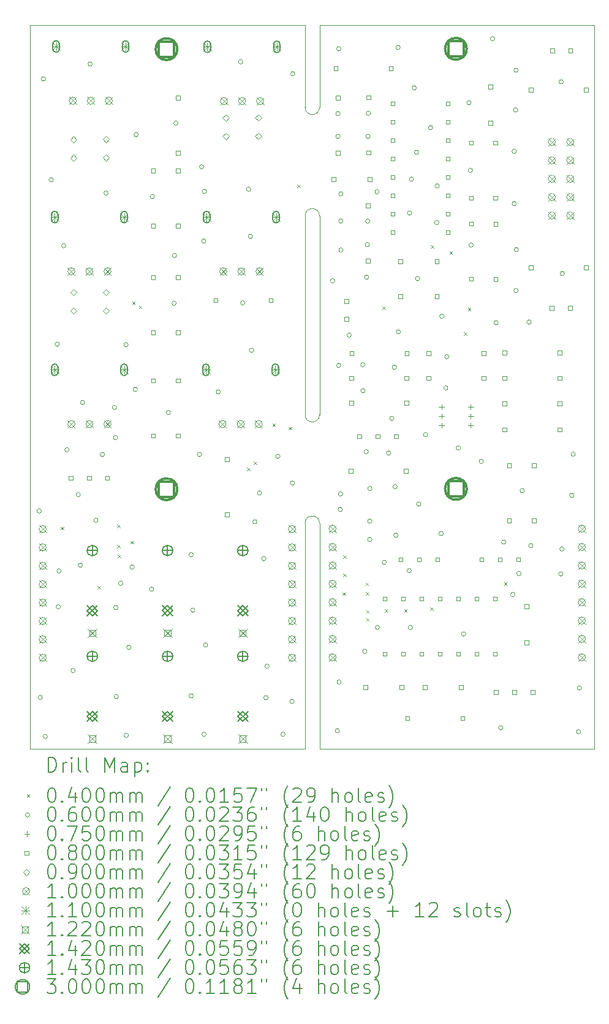
<source format=gbr>
%FSLAX45Y45*%
G04 Gerber Fmt 4.5, Leading zero omitted, Abs format (unit mm)*
G04 Created by KiCad (PCBNEW 5.99.0-unknown-fb4343bc8f~130~ubuntu20.04.1) date 2021-06-28 22:27:08*
%MOMM*%
%LPD*%
G01*
G04 APERTURE LIST*
%TA.AperFunction,Profile*%
%ADD10C,0.100000*%
%TD*%
%ADD11C,0.200000*%
%ADD12C,0.040000*%
%ADD13C,0.060000*%
%ADD14C,0.075000*%
%ADD15C,0.080000*%
%ADD16C,0.090000*%
%ADD17C,0.100000*%
%ADD18C,0.110000*%
%ADD19C,0.122000*%
%ADD20C,0.142000*%
%ADD21C,0.143000*%
%ADD22C,0.300000*%
G04 APERTURE END LIST*
D10*
X7850000Y-5185000D02*
X7850000Y-6322500D01*
X7650000Y-6322500D02*
X7650000Y-5190000D01*
X7850000Y-15185000D02*
X7850000Y-12070000D01*
X7650000Y-12070000D02*
X7650000Y-15190000D01*
X7650000Y-7822500D02*
X7650000Y-10570000D01*
X7850000Y-10570000D02*
X7850000Y-7822500D01*
X7850000Y-10570000D02*
G75*
G02*
X7650000Y-10570000I-100000J0D01*
G01*
X7650000Y-12070000D02*
G75*
G02*
X7850000Y-12070000I100000J0D01*
G01*
X7650000Y-7822500D02*
G75*
G02*
X7850000Y-7822500I100000J0D01*
G01*
X7850000Y-6322500D02*
G75*
G02*
X7650000Y-6322500I-100000J0D01*
G01*
X3850000Y-15190000D02*
X3850000Y-5190000D01*
X7650000Y-15190000D02*
X3850000Y-15190000D01*
X3850000Y-5190000D02*
X7650000Y-5190000D01*
X11650000Y-15185000D02*
X7850000Y-15185000D01*
X11650000Y-5185000D02*
X11650000Y-15185000D01*
X7850000Y-5185000D02*
X11650000Y-5185000D01*
D11*
D12*
X4274950Y-12120000D02*
X4314950Y-12160000D01*
X4314950Y-12120000D02*
X4274950Y-12160000D01*
X4783604Y-12938604D02*
X4823604Y-12978604D01*
X4823604Y-12938604D02*
X4783604Y-12978604D01*
X5050050Y-12090000D02*
X5090050Y-12130000D01*
X5090050Y-12090000D02*
X5050050Y-12130000D01*
X5055050Y-12370000D02*
X5095050Y-12410000D01*
X5095050Y-12370000D02*
X5055050Y-12410000D01*
X5060000Y-12505000D02*
X5100000Y-12545000D01*
X5100000Y-12505000D02*
X5060000Y-12545000D01*
X5238896Y-12313896D02*
X5278896Y-12353896D01*
X5278896Y-12313896D02*
X5238896Y-12353896D01*
X5259950Y-9005001D02*
X5299950Y-9045001D01*
X5299950Y-9005001D02*
X5259950Y-9045001D01*
X5354280Y-9061489D02*
X5394280Y-9101489D01*
X5394280Y-9061489D02*
X5354280Y-9101489D01*
X6845000Y-11305000D02*
X6885000Y-11345000D01*
X6885000Y-11305000D02*
X6845000Y-11345000D01*
X6940000Y-11215050D02*
X6980000Y-11255050D01*
X6980000Y-11215050D02*
X6940000Y-11255050D01*
X7200000Y-10690000D02*
X7240000Y-10730000D01*
X7240000Y-10690000D02*
X7200000Y-10730000D01*
X7425000Y-10740000D02*
X7465000Y-10780000D01*
X7465000Y-10740000D02*
X7425000Y-10780000D01*
X7539950Y-7390000D02*
X7579950Y-7430000D01*
X7579950Y-7390000D02*
X7539950Y-7430000D01*
X8170000Y-13025000D02*
X8210000Y-13065000D01*
X8210000Y-13025000D02*
X8170000Y-13065000D01*
X8175000Y-12510000D02*
X8215000Y-12550000D01*
X8215000Y-12510000D02*
X8175000Y-12550000D01*
X8175000Y-12765000D02*
X8215000Y-12805000D01*
X8215000Y-12765000D02*
X8175000Y-12805000D01*
X8485000Y-12890000D02*
X8525000Y-12930000D01*
X8525000Y-12890000D02*
X8485000Y-12930000D01*
X8490000Y-13020000D02*
X8530000Y-13060000D01*
X8530000Y-13020000D02*
X8490000Y-13060000D01*
X8495000Y-13270000D02*
X8535000Y-13310000D01*
X8535000Y-13270000D02*
X8495000Y-13310000D01*
X8495000Y-13380000D02*
X8535000Y-13420000D01*
X8535000Y-13380000D02*
X8495000Y-13420000D01*
X8720000Y-9075000D02*
X8760000Y-9115000D01*
X8760000Y-9075000D02*
X8720000Y-9115000D01*
X8755000Y-13255000D02*
X8795000Y-13295000D01*
X8795000Y-13255000D02*
X8755000Y-13295000D01*
X9020000Y-13255000D02*
X9060000Y-13295000D01*
X9060000Y-13255000D02*
X9020000Y-13295000D01*
X9380000Y-13230000D02*
X9420000Y-13270000D01*
X9420000Y-13230000D02*
X9380000Y-13270000D01*
X9385000Y-8230000D02*
X9425000Y-8270000D01*
X9425000Y-8230000D02*
X9385000Y-8270000D01*
X9645000Y-8315000D02*
X9685000Y-8355000D01*
X9685000Y-8315000D02*
X9645000Y-8355000D01*
X9844950Y-9430000D02*
X9884950Y-9470000D01*
X9884950Y-9430000D02*
X9844950Y-9470000D01*
X9900000Y-9095000D02*
X9940000Y-9135000D01*
X9940000Y-9095000D02*
X9900000Y-9135000D01*
X10400000Y-12885000D02*
X10440000Y-12925000D01*
X10440000Y-12885000D02*
X10400000Y-12925000D01*
D13*
X4005000Y-11900000D02*
G75*
G03*
X4005000Y-11900000I-30000J0D01*
G01*
X4020000Y-14475000D02*
G75*
G03*
X4020000Y-14475000I-30000J0D01*
G01*
X4065000Y-5930000D02*
G75*
G03*
X4065000Y-5930000I-30000J0D01*
G01*
X4090000Y-15015000D02*
G75*
G03*
X4090000Y-15015000I-30000J0D01*
G01*
X4170000Y-7325000D02*
G75*
G03*
X4170000Y-7325000I-30000J0D01*
G01*
X4255000Y-9595000D02*
G75*
G03*
X4255000Y-9595000I-30000J0D01*
G01*
X4270000Y-13225000D02*
G75*
G03*
X4270000Y-13225000I-30000J0D01*
G01*
X4280000Y-12730000D02*
G75*
G03*
X4280000Y-12730000I-30000J0D01*
G01*
X4345000Y-8235000D02*
G75*
G03*
X4345000Y-8235000I-30000J0D01*
G01*
X4390000Y-11055000D02*
G75*
G03*
X4390000Y-11055000I-30000J0D01*
G01*
X4475000Y-14105000D02*
G75*
G03*
X4475000Y-14105000I-30000J0D01*
G01*
X4545000Y-11675000D02*
G75*
G03*
X4545000Y-11675000I-30000J0D01*
G01*
X4575000Y-12650000D02*
G75*
G03*
X4575000Y-12650000I-30000J0D01*
G01*
X4605000Y-10400000D02*
G75*
G03*
X4605000Y-10400000I-30000J0D01*
G01*
X4710000Y-5725000D02*
G75*
G03*
X4710000Y-5725000I-30000J0D01*
G01*
X4790000Y-12030000D02*
G75*
G03*
X4790000Y-12030000I-30000J0D01*
G01*
X4880000Y-11120000D02*
G75*
G03*
X4880000Y-11120000I-30000J0D01*
G01*
X4930000Y-7510000D02*
G75*
G03*
X4930000Y-7510000I-30000J0D01*
G01*
X5045000Y-10470000D02*
G75*
G03*
X5045000Y-10470000I-30000J0D01*
G01*
X5060000Y-10885000D02*
G75*
G03*
X5060000Y-10885000I-30000J0D01*
G01*
X5065000Y-13235000D02*
G75*
G03*
X5065000Y-13235000I-30000J0D01*
G01*
X5070000Y-14465000D02*
G75*
G03*
X5070000Y-14465000I-30000J0D01*
G01*
X5130000Y-12900000D02*
G75*
G03*
X5130000Y-12900000I-30000J0D01*
G01*
X5205000Y-9605000D02*
G75*
G03*
X5205000Y-9605000I-30000J0D01*
G01*
X5210000Y-15000000D02*
G75*
G03*
X5210000Y-15000000I-30000J0D01*
G01*
X5245000Y-13785000D02*
G75*
G03*
X5245000Y-13785000I-30000J0D01*
G01*
X5290000Y-12675000D02*
G75*
G03*
X5290000Y-12675000I-30000J0D01*
G01*
X5335000Y-10220000D02*
G75*
G03*
X5335000Y-10220000I-30000J0D01*
G01*
X5345000Y-6700000D02*
G75*
G03*
X5345000Y-6700000I-30000J0D01*
G01*
X5560000Y-12980000D02*
G75*
G03*
X5560000Y-12980000I-30000J0D01*
G01*
X5570000Y-7555000D02*
G75*
G03*
X5570000Y-7555000I-30000J0D01*
G01*
X5790000Y-10540000D02*
G75*
G03*
X5790000Y-10540000I-30000J0D01*
G01*
X5870000Y-9030000D02*
G75*
G03*
X5870000Y-9030000I-30000J0D01*
G01*
X5875000Y-8370000D02*
G75*
G03*
X5875000Y-8370000I-30000J0D01*
G01*
X5895000Y-6540000D02*
G75*
G03*
X5895000Y-6540000I-30000J0D01*
G01*
X6105000Y-12505000D02*
G75*
G03*
X6105000Y-12505000I-30000J0D01*
G01*
X6105000Y-14455000D02*
G75*
G03*
X6105000Y-14455000I-30000J0D01*
G01*
X6130000Y-13270000D02*
G75*
G03*
X6130000Y-13270000I-30000J0D01*
G01*
X6220000Y-11120000D02*
G75*
G03*
X6220000Y-11120000I-30000J0D01*
G01*
X6250000Y-7145000D02*
G75*
G03*
X6250000Y-7145000I-30000J0D01*
G01*
X6280000Y-8170000D02*
G75*
G03*
X6280000Y-8170000I-30000J0D01*
G01*
X6285000Y-14985000D02*
G75*
G03*
X6285000Y-14985000I-30000J0D01*
G01*
X6290000Y-7485000D02*
G75*
G03*
X6290000Y-7485000I-30000J0D01*
G01*
X6305000Y-13750000D02*
G75*
G03*
X6305000Y-13750000I-30000J0D01*
G01*
X6480000Y-10255000D02*
G75*
G03*
X6480000Y-10255000I-30000J0D01*
G01*
X6790000Y-5695000D02*
G75*
G03*
X6790000Y-5695000I-30000J0D01*
G01*
X6820000Y-9025000D02*
G75*
G03*
X6820000Y-9025000I-30000J0D01*
G01*
X6900000Y-7455000D02*
G75*
G03*
X6900000Y-7455000I-30000J0D01*
G01*
X6925000Y-8105000D02*
G75*
G03*
X6925000Y-8105000I-30000J0D01*
G01*
X6940000Y-9680000D02*
G75*
G03*
X6940000Y-9680000I-30000J0D01*
G01*
X6985000Y-12050000D02*
G75*
G03*
X6985000Y-12050000I-30000J0D01*
G01*
X7050000Y-11650000D02*
G75*
G03*
X7050000Y-11650000I-30000J0D01*
G01*
X7110000Y-12560000D02*
G75*
G03*
X7110000Y-12560000I-30000J0D01*
G01*
X7140000Y-14480000D02*
G75*
G03*
X7140000Y-14480000I-30000J0D01*
G01*
X7155000Y-14045000D02*
G75*
G03*
X7155000Y-14045000I-30000J0D01*
G01*
X7305000Y-11145000D02*
G75*
G03*
X7305000Y-11145000I-30000J0D01*
G01*
X7375000Y-14985000D02*
G75*
G03*
X7375000Y-14985000I-30000J0D01*
G01*
X7500000Y-14530000D02*
G75*
G03*
X7500000Y-14530000I-30000J0D01*
G01*
X7505000Y-11515000D02*
G75*
G03*
X7505000Y-11515000I-30000J0D01*
G01*
X7510000Y-5860000D02*
G75*
G03*
X7510000Y-5860000I-30000J0D01*
G01*
X8060000Y-8720000D02*
G75*
G03*
X8060000Y-8720000I-30000J0D01*
G01*
X8125000Y-14935000D02*
G75*
G03*
X8125000Y-14935000I-30000J0D01*
G01*
X8135000Y-6410000D02*
G75*
G03*
X8135000Y-6410000I-30000J0D01*
G01*
X8135000Y-6725000D02*
G75*
G03*
X8135000Y-6725000I-30000J0D01*
G01*
X8145000Y-5515000D02*
G75*
G03*
X8145000Y-5515000I-30000J0D01*
G01*
X8145000Y-9890000D02*
G75*
G03*
X8145000Y-9890000I-30000J0D01*
G01*
X8150000Y-14265000D02*
G75*
G03*
X8150000Y-14265000I-30000J0D01*
G01*
X8165000Y-11880000D02*
G75*
G03*
X8165000Y-11880000I-30000J0D01*
G01*
X8170000Y-11665000D02*
G75*
G03*
X8170000Y-11665000I-30000J0D01*
G01*
X8175000Y-7520000D02*
G75*
G03*
X8175000Y-7520000I-30000J0D01*
G01*
X8175000Y-7895000D02*
G75*
G03*
X8175000Y-7895000I-30000J0D01*
G01*
X8175000Y-8295000D02*
G75*
G03*
X8175000Y-8295000I-30000J0D01*
G01*
X8290000Y-9470000D02*
G75*
G03*
X8290000Y-9470000I-30000J0D01*
G01*
X8480000Y-9880000D02*
G75*
G03*
X8480000Y-9880000I-30000J0D01*
G01*
X8480000Y-10240000D02*
G75*
G03*
X8480000Y-10240000I-30000J0D01*
G01*
X8505000Y-13840000D02*
G75*
G03*
X8505000Y-13840000I-30000J0D01*
G01*
X8525000Y-11080000D02*
G75*
G03*
X8525000Y-11080000I-30000J0D01*
G01*
X8530000Y-8670000D02*
G75*
G03*
X8530000Y-8670000I-30000J0D01*
G01*
X8540000Y-8220000D02*
G75*
G03*
X8540000Y-8220000I-30000J0D01*
G01*
X8545000Y-7895000D02*
G75*
G03*
X8545000Y-7895000I-30000J0D01*
G01*
X8550000Y-6725000D02*
G75*
G03*
X8550000Y-6725000I-30000J0D01*
G01*
X8555000Y-6405000D02*
G75*
G03*
X8555000Y-6405000I-30000J0D01*
G01*
X8575000Y-11590000D02*
G75*
G03*
X8575000Y-11590000I-30000J0D01*
G01*
X8575000Y-12040000D02*
G75*
G03*
X8575000Y-12040000I-30000J0D01*
G01*
X8575183Y-12295182D02*
G75*
G03*
X8575183Y-12295182I-30000J0D01*
G01*
X8675000Y-7490000D02*
G75*
G03*
X8675000Y-7490000I-30000J0D01*
G01*
X8680000Y-13510000D02*
G75*
G03*
X8680000Y-13510000I-30000J0D01*
G01*
X8775000Y-12610000D02*
G75*
G03*
X8775000Y-12610000I-30000J0D01*
G01*
X8835000Y-11100000D02*
G75*
G03*
X8835000Y-11100000I-30000J0D01*
G01*
X8880000Y-10620000D02*
G75*
G03*
X8880000Y-10620000I-30000J0D01*
G01*
X8915000Y-9915000D02*
G75*
G03*
X8915000Y-9915000I-30000J0D01*
G01*
X8925000Y-11565000D02*
G75*
G03*
X8925000Y-11565000I-30000J0D01*
G01*
X8935000Y-12235000D02*
G75*
G03*
X8935000Y-12235000I-30000J0D01*
G01*
X8965000Y-5495000D02*
G75*
G03*
X8965000Y-5495000I-30000J0D01*
G01*
X8970000Y-9425000D02*
G75*
G03*
X8970000Y-9425000I-30000J0D01*
G01*
X9120000Y-12725000D02*
G75*
G03*
X9120000Y-12725000I-30000J0D01*
G01*
X9125000Y-7785000D02*
G75*
G03*
X9125000Y-7785000I-30000J0D01*
G01*
X9135000Y-13510000D02*
G75*
G03*
X9135000Y-13510000I-30000J0D01*
G01*
X9150000Y-7315000D02*
G75*
G03*
X9150000Y-7315000I-30000J0D01*
G01*
X9190000Y-6055000D02*
G75*
G03*
X9190000Y-6055000I-30000J0D01*
G01*
X9220000Y-6945000D02*
G75*
G03*
X9220000Y-6945000I-30000J0D01*
G01*
X9235000Y-8690000D02*
G75*
G03*
X9235000Y-8690000I-30000J0D01*
G01*
X9250000Y-11805000D02*
G75*
G03*
X9250000Y-11805000I-30000J0D01*
G01*
X9345000Y-10845000D02*
G75*
G03*
X9345000Y-10845000I-30000J0D01*
G01*
X9415000Y-6605000D02*
G75*
G03*
X9415000Y-6605000I-30000J0D01*
G01*
X9500000Y-7915000D02*
G75*
G03*
X9500000Y-7915000I-30000J0D01*
G01*
X9505000Y-7410000D02*
G75*
G03*
X9505000Y-7410000I-30000J0D01*
G01*
X9560000Y-12210000D02*
G75*
G03*
X9560000Y-12210000I-30000J0D01*
G01*
X9570000Y-9210000D02*
G75*
G03*
X9570000Y-9210000I-30000J0D01*
G01*
X9625000Y-10200000D02*
G75*
G03*
X9625000Y-10200000I-30000J0D01*
G01*
X9640000Y-9770000D02*
G75*
G03*
X9640000Y-9770000I-30000J0D01*
G01*
X9800000Y-11030000D02*
G75*
G03*
X9800000Y-11030000I-30000J0D01*
G01*
X9870000Y-13600000D02*
G75*
G03*
X9870000Y-13600000I-30000J0D01*
G01*
X9945000Y-6260000D02*
G75*
G03*
X9945000Y-6260000I-30000J0D01*
G01*
X9965000Y-7195000D02*
G75*
G03*
X9965000Y-7195000I-30000J0D01*
G01*
X9975000Y-8225000D02*
G75*
G03*
X9975000Y-8225000I-30000J0D01*
G01*
X10115000Y-11215000D02*
G75*
G03*
X10115000Y-11215000I-30000J0D01*
G01*
X10270000Y-5375000D02*
G75*
G03*
X10270000Y-5375000I-30000J0D01*
G01*
X10320000Y-9300000D02*
G75*
G03*
X10320000Y-9300000I-30000J0D01*
G01*
X10385000Y-14895000D02*
G75*
G03*
X10385000Y-14895000I-30000J0D01*
G01*
X10425000Y-12330000D02*
G75*
G03*
X10425000Y-12330000I-30000J0D01*
G01*
X10550000Y-13055000D02*
G75*
G03*
X10550000Y-13055000I-30000J0D01*
G01*
X10570000Y-6930000D02*
G75*
G03*
X10570000Y-6930000I-30000J0D01*
G01*
X10570000Y-7655000D02*
G75*
G03*
X10570000Y-7655000I-30000J0D01*
G01*
X10590000Y-6360000D02*
G75*
G03*
X10590000Y-6360000I-30000J0D01*
G01*
X10595000Y-5810000D02*
G75*
G03*
X10595000Y-5810000I-30000J0D01*
G01*
X10595000Y-8855000D02*
G75*
G03*
X10595000Y-8855000I-30000J0D01*
G01*
X10600000Y-8290000D02*
G75*
G03*
X10600000Y-8290000I-30000J0D01*
G01*
X10635000Y-12765000D02*
G75*
G03*
X10635000Y-12765000I-30000J0D01*
G01*
X10680000Y-11620000D02*
G75*
G03*
X10680000Y-11620000I-30000J0D01*
G01*
X10775000Y-9290000D02*
G75*
G03*
X10775000Y-9290000I-30000J0D01*
G01*
X10800000Y-12380000D02*
G75*
G03*
X10800000Y-12380000I-30000J0D01*
G01*
X11215000Y-12770000D02*
G75*
G03*
X11215000Y-12770000I-30000J0D01*
G01*
X11220000Y-5970000D02*
G75*
G03*
X11220000Y-5970000I-30000J0D01*
G01*
X11230000Y-12425000D02*
G75*
G03*
X11230000Y-12425000I-30000J0D01*
G01*
X11235000Y-8620000D02*
G75*
G03*
X11235000Y-8620000I-30000J0D01*
G01*
X11365000Y-11685000D02*
G75*
G03*
X11365000Y-11685000I-30000J0D01*
G01*
X11385000Y-11115000D02*
G75*
G03*
X11385000Y-11115000I-30000J0D01*
G01*
X11460000Y-14950000D02*
G75*
G03*
X11460000Y-14950000I-30000J0D01*
G01*
X11470000Y-14345000D02*
G75*
G03*
X11470000Y-14345000I-30000J0D01*
G01*
D14*
X9538050Y-10425500D02*
X9538050Y-10500500D01*
X9500550Y-10463000D02*
X9575550Y-10463000D01*
X9538050Y-10552500D02*
X9538050Y-10627500D01*
X9500550Y-10590000D02*
X9575550Y-10590000D01*
X9538050Y-10679500D02*
X9538050Y-10754500D01*
X9500550Y-10717000D02*
X9575550Y-10717000D01*
X9937750Y-10425500D02*
X9937750Y-10500500D01*
X9900250Y-10463000D02*
X9975250Y-10463000D01*
X9937750Y-10552500D02*
X9937750Y-10627500D01*
X9900250Y-10590000D02*
X9975250Y-10590000D01*
X9937750Y-10679500D02*
X9937750Y-10754500D01*
X9900250Y-10717000D02*
X9975250Y-10717000D01*
D15*
X4443285Y-11473284D02*
X4443285Y-11416715D01*
X4386716Y-11416715D01*
X4386716Y-11473284D01*
X4443285Y-11473284D01*
X4693285Y-11473284D02*
X4693285Y-11416715D01*
X4636716Y-11416715D01*
X4636716Y-11473284D01*
X4693285Y-11473284D01*
X4943285Y-11473284D02*
X4943285Y-11416715D01*
X4886716Y-11416715D01*
X4886716Y-11473284D01*
X4943285Y-11473284D01*
X5578285Y-7227284D02*
X5578285Y-7170715D01*
X5521716Y-7170715D01*
X5521716Y-7227284D01*
X5578285Y-7227284D01*
X5578285Y-7989284D02*
X5578285Y-7932715D01*
X5521716Y-7932715D01*
X5521716Y-7989284D01*
X5578285Y-7989284D01*
X5578285Y-8702285D02*
X5578285Y-8645716D01*
X5521716Y-8645716D01*
X5521716Y-8702285D01*
X5578285Y-8702285D01*
X5578285Y-9464285D02*
X5578285Y-9407716D01*
X5521716Y-9407716D01*
X5521716Y-9464285D01*
X5578285Y-9464285D01*
X5578285Y-10127285D02*
X5578285Y-10070716D01*
X5521716Y-10070716D01*
X5521716Y-10127285D01*
X5578285Y-10127285D01*
X5578285Y-10889285D02*
X5578285Y-10832716D01*
X5521716Y-10832716D01*
X5521716Y-10889285D01*
X5578285Y-10889285D01*
X5923284Y-6217284D02*
X5923284Y-6160715D01*
X5866715Y-6160715D01*
X5866715Y-6217284D01*
X5923284Y-6217284D01*
X5923284Y-6979284D02*
X5923284Y-6922715D01*
X5866715Y-6922715D01*
X5866715Y-6979284D01*
X5923284Y-6979284D01*
X5923284Y-7227284D02*
X5923284Y-7170715D01*
X5866715Y-7170715D01*
X5866715Y-7227284D01*
X5923284Y-7227284D01*
X5923284Y-7989284D02*
X5923284Y-7932715D01*
X5866715Y-7932715D01*
X5866715Y-7989284D01*
X5923284Y-7989284D01*
X5923284Y-8702285D02*
X5923284Y-8645716D01*
X5866715Y-8645716D01*
X5866715Y-8702285D01*
X5923284Y-8702285D01*
X5923284Y-9464285D02*
X5923284Y-9407716D01*
X5866715Y-9407716D01*
X5866715Y-9464285D01*
X5923284Y-9464285D01*
X5923284Y-10127285D02*
X5923284Y-10070716D01*
X5866715Y-10070716D01*
X5866715Y-10127285D01*
X5923284Y-10127285D01*
X5923284Y-10889285D02*
X5923284Y-10832716D01*
X5866715Y-10832716D01*
X5866715Y-10889285D01*
X5923284Y-10889285D01*
X6442284Y-9018285D02*
X6442284Y-8961716D01*
X6385715Y-8961716D01*
X6385715Y-9018285D01*
X6442284Y-9018285D01*
X6598284Y-11217284D02*
X6598284Y-11160716D01*
X6541715Y-11160716D01*
X6541715Y-11217284D01*
X6598284Y-11217284D01*
X6598284Y-11979284D02*
X6598284Y-11922715D01*
X6541715Y-11922715D01*
X6541715Y-11979284D01*
X6598284Y-11979284D01*
X7204284Y-9018285D02*
X7204284Y-8961716D01*
X7147715Y-8961716D01*
X7147715Y-9018285D01*
X7204284Y-9018285D01*
X8073284Y-7347284D02*
X8073284Y-7290715D01*
X8016715Y-7290715D01*
X8016715Y-7347284D01*
X8073284Y-7347284D01*
X8103284Y-5813284D02*
X8103284Y-5756715D01*
X8046715Y-5756715D01*
X8046715Y-5813284D01*
X8103284Y-5813284D01*
X8133284Y-6217284D02*
X8133284Y-6160715D01*
X8076715Y-6160715D01*
X8076715Y-6217284D01*
X8133284Y-6217284D01*
X8133284Y-6979284D02*
X8133284Y-6922715D01*
X8076715Y-6922715D01*
X8076715Y-6979284D01*
X8133284Y-6979284D01*
X8248284Y-9027773D02*
X8248284Y-8971204D01*
X8191715Y-8971204D01*
X8191715Y-9027773D01*
X8248284Y-9027773D01*
X8248284Y-9277773D02*
X8248284Y-9221204D01*
X8191715Y-9221204D01*
X8191715Y-9277773D01*
X8248284Y-9277773D01*
X8312284Y-11378284D02*
X8312284Y-11321715D01*
X8255715Y-11321715D01*
X8255715Y-11378284D01*
X8312284Y-11378284D01*
X8317284Y-10093285D02*
X8317284Y-10036716D01*
X8260715Y-10036716D01*
X8260715Y-10093285D01*
X8317284Y-10093285D01*
X8317284Y-10438285D02*
X8317284Y-10381716D01*
X8260715Y-10381716D01*
X8260715Y-10438285D01*
X8317284Y-10438285D01*
X8323284Y-9748285D02*
X8323284Y-9691716D01*
X8266715Y-9691716D01*
X8266715Y-9748285D01*
X8323284Y-9748285D01*
X8430285Y-10898285D02*
X8430285Y-10841716D01*
X8373715Y-10841716D01*
X8373715Y-10898285D01*
X8430285Y-10898285D01*
X8513285Y-14363284D02*
X8513285Y-14306715D01*
X8456716Y-14306715D01*
X8456716Y-14363284D01*
X8513285Y-14363284D01*
X8548285Y-7712284D02*
X8548285Y-7655715D01*
X8491716Y-7655715D01*
X8491716Y-7712284D01*
X8548285Y-7712284D01*
X8548285Y-8474285D02*
X8548285Y-8417716D01*
X8491716Y-8417716D01*
X8491716Y-8474285D01*
X8548285Y-8474285D01*
X8553285Y-6216284D02*
X8553285Y-6159715D01*
X8496716Y-6159715D01*
X8496716Y-6216284D01*
X8553285Y-6216284D01*
X8553285Y-6978284D02*
X8553285Y-6921715D01*
X8496716Y-6921715D01*
X8496716Y-6978284D01*
X8553285Y-6978284D01*
X8573285Y-7347284D02*
X8573285Y-7290715D01*
X8516716Y-7290715D01*
X8516716Y-7347284D01*
X8573285Y-7347284D01*
X8684285Y-10898285D02*
X8684285Y-10841716D01*
X8627716Y-10841716D01*
X8627716Y-10898285D01*
X8684285Y-10898285D01*
X8779785Y-13141284D02*
X8779785Y-13084715D01*
X8723216Y-13084715D01*
X8723216Y-13141284D01*
X8779785Y-13141284D01*
X8779785Y-13903284D02*
X8779785Y-13846715D01*
X8723216Y-13846715D01*
X8723216Y-13903284D01*
X8779785Y-13903284D01*
X8865285Y-5813284D02*
X8865285Y-5756715D01*
X8808716Y-5756715D01*
X8808716Y-5813284D01*
X8865285Y-5813284D01*
X8890285Y-6300784D02*
X8890285Y-6244215D01*
X8833716Y-6244215D01*
X8833716Y-6300784D01*
X8890285Y-6300784D01*
X8890285Y-6554784D02*
X8890285Y-6498215D01*
X8833716Y-6498215D01*
X8833716Y-6554784D01*
X8890285Y-6554784D01*
X8890285Y-6808784D02*
X8890285Y-6752215D01*
X8833716Y-6752215D01*
X8833716Y-6808784D01*
X8890285Y-6808784D01*
X8890285Y-7062784D02*
X8890285Y-7006215D01*
X8833716Y-7006215D01*
X8833716Y-7062784D01*
X8890285Y-7062784D01*
X8890285Y-7316784D02*
X8890285Y-7260215D01*
X8833716Y-7260215D01*
X8833716Y-7316784D01*
X8890285Y-7316784D01*
X8890285Y-7570784D02*
X8890285Y-7514215D01*
X8833716Y-7514215D01*
X8833716Y-7570784D01*
X8890285Y-7570784D01*
X8890285Y-7824784D02*
X8890285Y-7768215D01*
X8833716Y-7768215D01*
X8833716Y-7824784D01*
X8890285Y-7824784D01*
X8890285Y-8078784D02*
X8890285Y-8022215D01*
X8833716Y-8022215D01*
X8833716Y-8078784D01*
X8890285Y-8078784D01*
X8938285Y-10898285D02*
X8938285Y-10841716D01*
X8881716Y-10841716D01*
X8881716Y-10898285D01*
X8938285Y-10898285D01*
X8998285Y-8482285D02*
X8998285Y-8425716D01*
X8941716Y-8425716D01*
X8941716Y-8482285D01*
X8998285Y-8482285D01*
X8998285Y-8962285D02*
X8998285Y-8905716D01*
X8941716Y-8905716D01*
X8941716Y-8962285D01*
X8998285Y-8962285D01*
X9000285Y-12598284D02*
X9000285Y-12541715D01*
X8943716Y-12541715D01*
X8943716Y-12598284D01*
X9000285Y-12598284D01*
X9013285Y-14363284D02*
X9013285Y-14306715D01*
X8956716Y-14306715D01*
X8956716Y-14363284D01*
X9013285Y-14363284D01*
X9033785Y-13141284D02*
X9033785Y-13084715D01*
X8977216Y-13084715D01*
X8977216Y-13141284D01*
X9033785Y-13141284D01*
X9033785Y-13903284D02*
X9033785Y-13846715D01*
X8977216Y-13846715D01*
X8977216Y-13903284D01*
X9033785Y-13903284D01*
X9074285Y-11378284D02*
X9074285Y-11321715D01*
X9017716Y-11321715D01*
X9017716Y-11378284D01*
X9074285Y-11378284D01*
X9079285Y-10093285D02*
X9079285Y-10036716D01*
X9022716Y-10036716D01*
X9022716Y-10093285D01*
X9079285Y-10093285D01*
X9079285Y-10438285D02*
X9079285Y-10381716D01*
X9022716Y-10381716D01*
X9022716Y-10438285D01*
X9079285Y-10438285D01*
X9085285Y-9748285D02*
X9085285Y-9691716D01*
X9028716Y-9691716D01*
X9028716Y-9748285D01*
X9085285Y-9748285D01*
X9094285Y-14793284D02*
X9094285Y-14736715D01*
X9037716Y-14736715D01*
X9037716Y-14793284D01*
X9094285Y-14793284D01*
X9254285Y-12598284D02*
X9254285Y-12541715D01*
X9197716Y-12541715D01*
X9197716Y-12598284D01*
X9254285Y-12598284D01*
X9287785Y-13141284D02*
X9287785Y-13084715D01*
X9231216Y-13084715D01*
X9231216Y-13141284D01*
X9287785Y-13141284D01*
X9287785Y-13903284D02*
X9287785Y-13846715D01*
X9231216Y-13846715D01*
X9231216Y-13903284D01*
X9287785Y-13903284D01*
X9334785Y-14363784D02*
X9334785Y-14307215D01*
X9278216Y-14307215D01*
X9278216Y-14363784D01*
X9334785Y-14363784D01*
X9382285Y-9748285D02*
X9382285Y-9691716D01*
X9325716Y-9691716D01*
X9325716Y-9748285D01*
X9382285Y-9748285D01*
X9382285Y-10093285D02*
X9382285Y-10036716D01*
X9325716Y-10036716D01*
X9325716Y-10093285D01*
X9382285Y-10093285D01*
X9498285Y-8482285D02*
X9498285Y-8425716D01*
X9441716Y-8425716D01*
X9441716Y-8482285D01*
X9498285Y-8482285D01*
X9498285Y-8962285D02*
X9498285Y-8905716D01*
X9441716Y-8905716D01*
X9441716Y-8962285D01*
X9498285Y-8962285D01*
X9508285Y-12598284D02*
X9508285Y-12541715D01*
X9451716Y-12541715D01*
X9451716Y-12598284D01*
X9508285Y-12598284D01*
X9541785Y-13141284D02*
X9541785Y-13084715D01*
X9485216Y-13084715D01*
X9485216Y-13141284D01*
X9541785Y-13141284D01*
X9541785Y-13903284D02*
X9541785Y-13846715D01*
X9485216Y-13846715D01*
X9485216Y-13903284D01*
X9541785Y-13903284D01*
X9652285Y-6300784D02*
X9652285Y-6244215D01*
X9595716Y-6244215D01*
X9595716Y-6300784D01*
X9652285Y-6300784D01*
X9652285Y-6554784D02*
X9652285Y-6498215D01*
X9595716Y-6498215D01*
X9595716Y-6554784D01*
X9652285Y-6554784D01*
X9652285Y-6808784D02*
X9652285Y-6752215D01*
X9595716Y-6752215D01*
X9595716Y-6808784D01*
X9652285Y-6808784D01*
X9652285Y-7062784D02*
X9652285Y-7006215D01*
X9595716Y-7006215D01*
X9595716Y-7062784D01*
X9652285Y-7062784D01*
X9652285Y-7316784D02*
X9652285Y-7260215D01*
X9595716Y-7260215D01*
X9595716Y-7316784D01*
X9652285Y-7316784D01*
X9652285Y-7570784D02*
X9652285Y-7514215D01*
X9595716Y-7514215D01*
X9595716Y-7570784D01*
X9652285Y-7570784D01*
X9652285Y-7824784D02*
X9652285Y-7768215D01*
X9595716Y-7768215D01*
X9595716Y-7824784D01*
X9652285Y-7824784D01*
X9652285Y-8078784D02*
X9652285Y-8022215D01*
X9595716Y-8022215D01*
X9595716Y-8078784D01*
X9652285Y-8078784D01*
X9795785Y-13141284D02*
X9795785Y-13084715D01*
X9739216Y-13084715D01*
X9739216Y-13141284D01*
X9795785Y-13141284D01*
X9795785Y-13903284D02*
X9795785Y-13846715D01*
X9739216Y-13846715D01*
X9739216Y-13903284D01*
X9795785Y-13903284D01*
X9834785Y-14363784D02*
X9834785Y-14307215D01*
X9778216Y-14307215D01*
X9778216Y-14363784D01*
X9834785Y-14363784D01*
X9856285Y-14793284D02*
X9856285Y-14736715D01*
X9799716Y-14736715D01*
X9799716Y-14793284D01*
X9856285Y-14793284D01*
X9973285Y-6841284D02*
X9973285Y-6784715D01*
X9916716Y-6784715D01*
X9916716Y-6841284D01*
X9973285Y-6841284D01*
X9973285Y-7603284D02*
X9973285Y-7546715D01*
X9916716Y-7546715D01*
X9916716Y-7603284D01*
X9973285Y-7603284D01*
X9973285Y-7960284D02*
X9973285Y-7903715D01*
X9916716Y-7903715D01*
X9916716Y-7960284D01*
X9973285Y-7960284D01*
X9973285Y-8722285D02*
X9973285Y-8665716D01*
X9916716Y-8665716D01*
X9916716Y-8722285D01*
X9973285Y-8722285D01*
X10049785Y-13141284D02*
X10049785Y-13084715D01*
X9993216Y-13084715D01*
X9993216Y-13141284D01*
X10049785Y-13141284D01*
X10049785Y-13903284D02*
X10049785Y-13846715D01*
X9993216Y-13846715D01*
X9993216Y-13903284D01*
X10049785Y-13903284D01*
X10118285Y-12598284D02*
X10118285Y-12541715D01*
X10061716Y-12541715D01*
X10061716Y-12598284D01*
X10118285Y-12598284D01*
X10144285Y-9748285D02*
X10144285Y-9691716D01*
X10087716Y-9691716D01*
X10087716Y-9748285D01*
X10144285Y-9748285D01*
X10144285Y-10093285D02*
X10144285Y-10036716D01*
X10087716Y-10036716D01*
X10087716Y-10093285D01*
X10144285Y-10093285D01*
X10238285Y-6067284D02*
X10238285Y-6010715D01*
X10181716Y-6010715D01*
X10181716Y-6067284D01*
X10238285Y-6067284D01*
X10238285Y-6567284D02*
X10238285Y-6510715D01*
X10181716Y-6510715D01*
X10181716Y-6567284D01*
X10238285Y-6567284D01*
X10303785Y-13141284D02*
X10303785Y-13084715D01*
X10247216Y-13084715D01*
X10247216Y-13141284D01*
X10303785Y-13141284D01*
X10303785Y-13903284D02*
X10303785Y-13846715D01*
X10247216Y-13846715D01*
X10247216Y-13903284D01*
X10303785Y-13903284D01*
X10308285Y-6841284D02*
X10308285Y-6784715D01*
X10251716Y-6784715D01*
X10251716Y-6841284D01*
X10308285Y-6841284D01*
X10308285Y-7603284D02*
X10308285Y-7546715D01*
X10251716Y-7546715D01*
X10251716Y-7603284D01*
X10308285Y-7603284D01*
X10313285Y-7961284D02*
X10313285Y-7904715D01*
X10256716Y-7904715D01*
X10256716Y-7961284D01*
X10313285Y-7961284D01*
X10313285Y-8723285D02*
X10313285Y-8666716D01*
X10256716Y-8666716D01*
X10256716Y-8723285D01*
X10313285Y-8723285D01*
X10318285Y-14433284D02*
X10318285Y-14376715D01*
X10261716Y-14376715D01*
X10261716Y-14433284D01*
X10318285Y-14433284D01*
X10372285Y-12598284D02*
X10372285Y-12541715D01*
X10315716Y-12541715D01*
X10315716Y-12598284D01*
X10372285Y-12598284D01*
X10433285Y-10093285D02*
X10433285Y-10036716D01*
X10376716Y-10036716D01*
X10376716Y-10093285D01*
X10433285Y-10093285D01*
X10433285Y-10443285D02*
X10433285Y-10386716D01*
X10376716Y-10386716D01*
X10376716Y-10443285D01*
X10433285Y-10443285D01*
X10433285Y-10803285D02*
X10433285Y-10746716D01*
X10376716Y-10746716D01*
X10376716Y-10803285D01*
X10433285Y-10803285D01*
X10436285Y-9743285D02*
X10436285Y-9686716D01*
X10379716Y-9686716D01*
X10379716Y-9743285D01*
X10436285Y-9743285D01*
X10498285Y-11298284D02*
X10498285Y-11241715D01*
X10441716Y-11241715D01*
X10441716Y-11298284D01*
X10498285Y-11298284D01*
X10498285Y-12060284D02*
X10498285Y-12003715D01*
X10441716Y-12003715D01*
X10441716Y-12060284D01*
X10498285Y-12060284D01*
X10572285Y-14433284D02*
X10572285Y-14376715D01*
X10515716Y-14376715D01*
X10515716Y-14433284D01*
X10572285Y-14433284D01*
X10626285Y-12598284D02*
X10626285Y-12541715D01*
X10569716Y-12541715D01*
X10569716Y-12598284D01*
X10626285Y-12598284D01*
X10738285Y-13248284D02*
X10738285Y-13191715D01*
X10681716Y-13191715D01*
X10681716Y-13248284D01*
X10738285Y-13248284D01*
X10738285Y-13748284D02*
X10738285Y-13691715D01*
X10681716Y-13691715D01*
X10681716Y-13748284D01*
X10738285Y-13748284D01*
X10796285Y-6108284D02*
X10796285Y-6051715D01*
X10739716Y-6051715D01*
X10739716Y-6108284D01*
X10796285Y-6108284D01*
X10798285Y-8567285D02*
X10798285Y-8510716D01*
X10741716Y-8510716D01*
X10741716Y-8567285D01*
X10798285Y-8567285D01*
X10826285Y-14433284D02*
X10826285Y-14376715D01*
X10769716Y-14376715D01*
X10769716Y-14433284D01*
X10826285Y-14433284D01*
X10843285Y-11297284D02*
X10843285Y-11240715D01*
X10786716Y-11240715D01*
X10786716Y-11297284D01*
X10843285Y-11297284D01*
X10843285Y-12059284D02*
X10843285Y-12002715D01*
X10786716Y-12002715D01*
X10786716Y-12059284D01*
X10843285Y-12059284D01*
X11088285Y-9123285D02*
X11088285Y-9066716D01*
X11031716Y-9066716D01*
X11031716Y-9123285D01*
X11088285Y-9123285D01*
X11096523Y-5568285D02*
X11096523Y-5511716D01*
X11039954Y-5511716D01*
X11039954Y-5568285D01*
X11096523Y-5568285D01*
X11195284Y-10093285D02*
X11195284Y-10036716D01*
X11138716Y-10036716D01*
X11138716Y-10093285D01*
X11195284Y-10093285D01*
X11195284Y-10443285D02*
X11195284Y-10386716D01*
X11138716Y-10386716D01*
X11138716Y-10443285D01*
X11195284Y-10443285D01*
X11195284Y-10803285D02*
X11195284Y-10746716D01*
X11138716Y-10746716D01*
X11138716Y-10803285D01*
X11195284Y-10803285D01*
X11198284Y-9743285D02*
X11198284Y-9686716D01*
X11141716Y-9686716D01*
X11141716Y-9743285D01*
X11198284Y-9743285D01*
X11338284Y-9123285D02*
X11338284Y-9066716D01*
X11281715Y-9066716D01*
X11281715Y-9123285D01*
X11338284Y-9123285D01*
X11346522Y-5568285D02*
X11346522Y-5511716D01*
X11289953Y-5511716D01*
X11289953Y-5568285D01*
X11346522Y-5568285D01*
X11558284Y-6108284D02*
X11558284Y-6051715D01*
X11501715Y-6051715D01*
X11501715Y-6108284D01*
X11558284Y-6108284D01*
X11560284Y-8567285D02*
X11560284Y-8510716D01*
X11503715Y-8510716D01*
X11503715Y-8567285D01*
X11560284Y-8567285D01*
D16*
X4450000Y-6812000D02*
X4495000Y-6767000D01*
X4450000Y-6722000D01*
X4405000Y-6767000D01*
X4450000Y-6812000D01*
X4450000Y-7066000D02*
X4495000Y-7021000D01*
X4450000Y-6976000D01*
X4405000Y-7021000D01*
X4450000Y-7066000D01*
X4450000Y-8925000D02*
X4495000Y-8880000D01*
X4450000Y-8835000D01*
X4405000Y-8880000D01*
X4450000Y-8925000D01*
X4450000Y-9179000D02*
X4495000Y-9134000D01*
X4450000Y-9089000D01*
X4405000Y-9134000D01*
X4450000Y-9179000D01*
X4900000Y-6811000D02*
X4945000Y-6766000D01*
X4900000Y-6721000D01*
X4855000Y-6766000D01*
X4900000Y-6811000D01*
X4900000Y-7065000D02*
X4945000Y-7020000D01*
X4900000Y-6975000D01*
X4855000Y-7020000D01*
X4900000Y-7065000D01*
X4900000Y-8924000D02*
X4945000Y-8879000D01*
X4900000Y-8834000D01*
X4855000Y-8879000D01*
X4900000Y-8924000D01*
X4900000Y-9178000D02*
X4945000Y-9133000D01*
X4900000Y-9088000D01*
X4855000Y-9133000D01*
X4900000Y-9178000D01*
X6555000Y-6513500D02*
X6600000Y-6468500D01*
X6555000Y-6423500D01*
X6510000Y-6468500D01*
X6555000Y-6513500D01*
X6555000Y-6767500D02*
X6600000Y-6722500D01*
X6555000Y-6677500D01*
X6510000Y-6722500D01*
X6555000Y-6767500D01*
X7005000Y-6512500D02*
X7050000Y-6467500D01*
X7005000Y-6422500D01*
X6960000Y-6467500D01*
X7005000Y-6512500D01*
X7005000Y-6766500D02*
X7050000Y-6721500D01*
X7005000Y-6676500D01*
X6960000Y-6721500D01*
X7005000Y-6766500D01*
D17*
X3975000Y-12100000D02*
X4075000Y-12200000D01*
X4075000Y-12100000D02*
X3975000Y-12200000D01*
X4075000Y-12150000D02*
G75*
G03*
X4075000Y-12150000I-50000J0D01*
G01*
X3975000Y-12354000D02*
X4075000Y-12454000D01*
X4075000Y-12354000D02*
X3975000Y-12454000D01*
X4075000Y-12404000D02*
G75*
G03*
X4075000Y-12404000I-50000J0D01*
G01*
X3975000Y-12608000D02*
X4075000Y-12708000D01*
X4075000Y-12608000D02*
X3975000Y-12708000D01*
X4075000Y-12658000D02*
G75*
G03*
X4075000Y-12658000I-50000J0D01*
G01*
X3975000Y-12862000D02*
X4075000Y-12962000D01*
X4075000Y-12862000D02*
X3975000Y-12962000D01*
X4075000Y-12912000D02*
G75*
G03*
X4075000Y-12912000I-50000J0D01*
G01*
X3975000Y-13116000D02*
X4075000Y-13216000D01*
X4075000Y-13116000D02*
X3975000Y-13216000D01*
X4075000Y-13166000D02*
G75*
G03*
X4075000Y-13166000I-50000J0D01*
G01*
X3975000Y-13370000D02*
X4075000Y-13470000D01*
X4075000Y-13370000D02*
X3975000Y-13470000D01*
X4075000Y-13420000D02*
G75*
G03*
X4075000Y-13420000I-50000J0D01*
G01*
X3975000Y-13624000D02*
X4075000Y-13724000D01*
X4075000Y-13624000D02*
X3975000Y-13724000D01*
X4075000Y-13674000D02*
G75*
G03*
X4075000Y-13674000I-50000J0D01*
G01*
X3975000Y-13878000D02*
X4075000Y-13978000D01*
X4075000Y-13878000D02*
X3975000Y-13978000D01*
X4075000Y-13928000D02*
G75*
G03*
X4075000Y-13928000I-50000J0D01*
G01*
X4370000Y-8540000D02*
X4470000Y-8640000D01*
X4470000Y-8540000D02*
X4370000Y-8640000D01*
X4470000Y-8590000D02*
G75*
G03*
X4470000Y-8590000I-50000J0D01*
G01*
X4370000Y-10650000D02*
X4470000Y-10750000D01*
X4470000Y-10650000D02*
X4370000Y-10750000D01*
X4470000Y-10700000D02*
G75*
G03*
X4470000Y-10700000I-50000J0D01*
G01*
X4390000Y-6182500D02*
X4490000Y-6282500D01*
X4490000Y-6182500D02*
X4390000Y-6282500D01*
X4490000Y-6232500D02*
G75*
G03*
X4490000Y-6232500I-50000J0D01*
G01*
X4620000Y-8540000D02*
X4720000Y-8640000D01*
X4720000Y-8540000D02*
X4620000Y-8640000D01*
X4720000Y-8590000D02*
G75*
G03*
X4720000Y-8590000I-50000J0D01*
G01*
X4620000Y-10650000D02*
X4720000Y-10750000D01*
X4720000Y-10650000D02*
X4620000Y-10750000D01*
X4720000Y-10700000D02*
G75*
G03*
X4720000Y-10700000I-50000J0D01*
G01*
X4640000Y-6182500D02*
X4740000Y-6282500D01*
X4740000Y-6182500D02*
X4640000Y-6282500D01*
X4740000Y-6232500D02*
G75*
G03*
X4740000Y-6232500I-50000J0D01*
G01*
X4870000Y-8540000D02*
X4970000Y-8640000D01*
X4970000Y-8540000D02*
X4870000Y-8640000D01*
X4970000Y-8590000D02*
G75*
G03*
X4970000Y-8590000I-50000J0D01*
G01*
X4870000Y-10650000D02*
X4970000Y-10750000D01*
X4970000Y-10650000D02*
X4870000Y-10750000D01*
X4970000Y-10700000D02*
G75*
G03*
X4970000Y-10700000I-50000J0D01*
G01*
X4890000Y-6182500D02*
X4990000Y-6282500D01*
X4990000Y-6182500D02*
X4890000Y-6282500D01*
X4990000Y-6232500D02*
G75*
G03*
X4990000Y-6232500I-50000J0D01*
G01*
X6460000Y-10650000D02*
X6560000Y-10750000D01*
X6560000Y-10650000D02*
X6460000Y-10750000D01*
X6560000Y-10700000D02*
G75*
G03*
X6560000Y-10700000I-50000J0D01*
G01*
X6470000Y-8540000D02*
X6570000Y-8640000D01*
X6570000Y-8540000D02*
X6470000Y-8640000D01*
X6570000Y-8590000D02*
G75*
G03*
X6570000Y-8590000I-50000J0D01*
G01*
X6480000Y-6187500D02*
X6580000Y-6287500D01*
X6580000Y-6187500D02*
X6480000Y-6287500D01*
X6580000Y-6237500D02*
G75*
G03*
X6580000Y-6237500I-50000J0D01*
G01*
X6710000Y-10650000D02*
X6810000Y-10750000D01*
X6810000Y-10650000D02*
X6710000Y-10750000D01*
X6810000Y-10700000D02*
G75*
G03*
X6810000Y-10700000I-50000J0D01*
G01*
X6720000Y-8540000D02*
X6820000Y-8640000D01*
X6820000Y-8540000D02*
X6720000Y-8640000D01*
X6820000Y-8590000D02*
G75*
G03*
X6820000Y-8590000I-50000J0D01*
G01*
X6730000Y-6187500D02*
X6830000Y-6287500D01*
X6830000Y-6187500D02*
X6730000Y-6287500D01*
X6830000Y-6237500D02*
G75*
G03*
X6830000Y-6237500I-50000J0D01*
G01*
X6960000Y-10650000D02*
X7060000Y-10750000D01*
X7060000Y-10650000D02*
X6960000Y-10750000D01*
X7060000Y-10700000D02*
G75*
G03*
X7060000Y-10700000I-50000J0D01*
G01*
X6970000Y-8540000D02*
X7070000Y-8640000D01*
X7070000Y-8540000D02*
X6970000Y-8640000D01*
X7070000Y-8590000D02*
G75*
G03*
X7070000Y-8590000I-50000J0D01*
G01*
X6980000Y-6187500D02*
X7080000Y-6287500D01*
X7080000Y-6187500D02*
X6980000Y-6287500D01*
X7080000Y-6237500D02*
G75*
G03*
X7080000Y-6237500I-50000J0D01*
G01*
X7420000Y-12100000D02*
X7520000Y-12200000D01*
X7520000Y-12100000D02*
X7420000Y-12200000D01*
X7520000Y-12150000D02*
G75*
G03*
X7520000Y-12150000I-50000J0D01*
G01*
X7420000Y-12354000D02*
X7520000Y-12454000D01*
X7520000Y-12354000D02*
X7420000Y-12454000D01*
X7520000Y-12404000D02*
G75*
G03*
X7520000Y-12404000I-50000J0D01*
G01*
X7420000Y-12608000D02*
X7520000Y-12708000D01*
X7520000Y-12608000D02*
X7420000Y-12708000D01*
X7520000Y-12658000D02*
G75*
G03*
X7520000Y-12658000I-50000J0D01*
G01*
X7420000Y-12862000D02*
X7520000Y-12962000D01*
X7520000Y-12862000D02*
X7420000Y-12962000D01*
X7520000Y-12912000D02*
G75*
G03*
X7520000Y-12912000I-50000J0D01*
G01*
X7420000Y-13116000D02*
X7520000Y-13216000D01*
X7520000Y-13116000D02*
X7420000Y-13216000D01*
X7520000Y-13166000D02*
G75*
G03*
X7520000Y-13166000I-50000J0D01*
G01*
X7420000Y-13370000D02*
X7520000Y-13470000D01*
X7520000Y-13370000D02*
X7420000Y-13470000D01*
X7520000Y-13420000D02*
G75*
G03*
X7520000Y-13420000I-50000J0D01*
G01*
X7420000Y-13624000D02*
X7520000Y-13724000D01*
X7520000Y-13624000D02*
X7420000Y-13724000D01*
X7520000Y-13674000D02*
G75*
G03*
X7520000Y-13674000I-50000J0D01*
G01*
X7420000Y-13878000D02*
X7520000Y-13978000D01*
X7520000Y-13878000D02*
X7420000Y-13978000D01*
X7520000Y-13928000D02*
G75*
G03*
X7520000Y-13928000I-50000J0D01*
G01*
X7980000Y-12095000D02*
X8080000Y-12195000D01*
X8080000Y-12095000D02*
X7980000Y-12195000D01*
X8080000Y-12145000D02*
G75*
G03*
X8080000Y-12145000I-50000J0D01*
G01*
X7980000Y-12349000D02*
X8080000Y-12449000D01*
X8080000Y-12349000D02*
X7980000Y-12449000D01*
X8080000Y-12399000D02*
G75*
G03*
X8080000Y-12399000I-50000J0D01*
G01*
X7980000Y-12603000D02*
X8080000Y-12703000D01*
X8080000Y-12603000D02*
X7980000Y-12703000D01*
X8080000Y-12653000D02*
G75*
G03*
X8080000Y-12653000I-50000J0D01*
G01*
X7980000Y-12857000D02*
X8080000Y-12957000D01*
X8080000Y-12857000D02*
X7980000Y-12957000D01*
X8080000Y-12907000D02*
G75*
G03*
X8080000Y-12907000I-50000J0D01*
G01*
X7980000Y-13111000D02*
X8080000Y-13211000D01*
X8080000Y-13111000D02*
X7980000Y-13211000D01*
X8080000Y-13161000D02*
G75*
G03*
X8080000Y-13161000I-50000J0D01*
G01*
X7980000Y-13365000D02*
X8080000Y-13465000D01*
X8080000Y-13365000D02*
X7980000Y-13465000D01*
X8080000Y-13415000D02*
G75*
G03*
X8080000Y-13415000I-50000J0D01*
G01*
X7980000Y-13619000D02*
X8080000Y-13719000D01*
X8080000Y-13619000D02*
X7980000Y-13719000D01*
X8080000Y-13669000D02*
G75*
G03*
X8080000Y-13669000I-50000J0D01*
G01*
X7980000Y-13873000D02*
X8080000Y-13973000D01*
X8080000Y-13873000D02*
X7980000Y-13973000D01*
X8080000Y-13923000D02*
G75*
G03*
X8080000Y-13923000I-50000J0D01*
G01*
X11011250Y-6752000D02*
X11111250Y-6852000D01*
X11111250Y-6752000D02*
X11011250Y-6852000D01*
X11111250Y-6802000D02*
G75*
G03*
X11111250Y-6802000I-50000J0D01*
G01*
X11011250Y-7006000D02*
X11111250Y-7106000D01*
X11111250Y-7006000D02*
X11011250Y-7106000D01*
X11111250Y-7056000D02*
G75*
G03*
X11111250Y-7056000I-50000J0D01*
G01*
X11011250Y-7260000D02*
X11111250Y-7360000D01*
X11111250Y-7260000D02*
X11011250Y-7360000D01*
X11111250Y-7310000D02*
G75*
G03*
X11111250Y-7310000I-50000J0D01*
G01*
X11011250Y-7514000D02*
X11111250Y-7614000D01*
X11111250Y-7514000D02*
X11011250Y-7614000D01*
X11111250Y-7564000D02*
G75*
G03*
X11111250Y-7564000I-50000J0D01*
G01*
X11011250Y-7768000D02*
X11111250Y-7868000D01*
X11111250Y-7768000D02*
X11011250Y-7868000D01*
X11111250Y-7818000D02*
G75*
G03*
X11111250Y-7818000I-50000J0D01*
G01*
X11265250Y-6752000D02*
X11365250Y-6852000D01*
X11365250Y-6752000D02*
X11265250Y-6852000D01*
X11365250Y-6802000D02*
G75*
G03*
X11365250Y-6802000I-50000J0D01*
G01*
X11265250Y-7006000D02*
X11365250Y-7106000D01*
X11365250Y-7006000D02*
X11265250Y-7106000D01*
X11365250Y-7056000D02*
G75*
G03*
X11365250Y-7056000I-50000J0D01*
G01*
X11265250Y-7260000D02*
X11365250Y-7360000D01*
X11365250Y-7260000D02*
X11265250Y-7360000D01*
X11365250Y-7310000D02*
G75*
G03*
X11365250Y-7310000I-50000J0D01*
G01*
X11265250Y-7514000D02*
X11365250Y-7614000D01*
X11365250Y-7514000D02*
X11265250Y-7614000D01*
X11365250Y-7564000D02*
G75*
G03*
X11365250Y-7564000I-50000J0D01*
G01*
X11265250Y-7768000D02*
X11365250Y-7868000D01*
X11365250Y-7768000D02*
X11265250Y-7868000D01*
X11365250Y-7818000D02*
G75*
G03*
X11365250Y-7818000I-50000J0D01*
G01*
X11425000Y-12095000D02*
X11525000Y-12195000D01*
X11525000Y-12095000D02*
X11425000Y-12195000D01*
X11525000Y-12145000D02*
G75*
G03*
X11525000Y-12145000I-50000J0D01*
G01*
X11425000Y-12349000D02*
X11525000Y-12449000D01*
X11525000Y-12349000D02*
X11425000Y-12449000D01*
X11525000Y-12399000D02*
G75*
G03*
X11525000Y-12399000I-50000J0D01*
G01*
X11425000Y-12603000D02*
X11525000Y-12703000D01*
X11525000Y-12603000D02*
X11425000Y-12703000D01*
X11525000Y-12653000D02*
G75*
G03*
X11525000Y-12653000I-50000J0D01*
G01*
X11425000Y-12857000D02*
X11525000Y-12957000D01*
X11525000Y-12857000D02*
X11425000Y-12957000D01*
X11525000Y-12907000D02*
G75*
G03*
X11525000Y-12907000I-50000J0D01*
G01*
X11425000Y-13111000D02*
X11525000Y-13211000D01*
X11525000Y-13111000D02*
X11425000Y-13211000D01*
X11525000Y-13161000D02*
G75*
G03*
X11525000Y-13161000I-50000J0D01*
G01*
X11425000Y-13365000D02*
X11525000Y-13465000D01*
X11525000Y-13365000D02*
X11425000Y-13465000D01*
X11525000Y-13415000D02*
G75*
G03*
X11525000Y-13415000I-50000J0D01*
G01*
X11425000Y-13619000D02*
X11525000Y-13719000D01*
X11525000Y-13619000D02*
X11425000Y-13719000D01*
X11525000Y-13669000D02*
G75*
G03*
X11525000Y-13669000I-50000J0D01*
G01*
X11425000Y-13873000D02*
X11525000Y-13973000D01*
X11525000Y-13873000D02*
X11425000Y-13973000D01*
X11525000Y-13923000D02*
G75*
G03*
X11525000Y-13923000I-50000J0D01*
G01*
D18*
X4135000Y-7785000D02*
X4245000Y-7895000D01*
X4245000Y-7785000D02*
X4135000Y-7895000D01*
X4190000Y-7785000D02*
X4190000Y-7895000D01*
X4135000Y-7840000D02*
X4245000Y-7840000D01*
D11*
X4235000Y-7875000D02*
X4235000Y-7805000D01*
X4145000Y-7875000D02*
X4145000Y-7805000D01*
X4235000Y-7805000D02*
G75*
G03*
X4145000Y-7805000I-45000J0D01*
G01*
X4145000Y-7875000D02*
G75*
G03*
X4235000Y-7875000I45000J0D01*
G01*
D18*
X4135000Y-9895000D02*
X4245000Y-10005000D01*
X4245000Y-9895000D02*
X4135000Y-10005000D01*
X4190000Y-9895000D02*
X4190000Y-10005000D01*
X4135000Y-9950000D02*
X4245000Y-9950000D01*
D11*
X4235000Y-9985000D02*
X4235000Y-9915000D01*
X4145000Y-9985000D02*
X4145000Y-9915000D01*
X4235000Y-9915000D02*
G75*
G03*
X4145000Y-9915000I-45000J0D01*
G01*
X4145000Y-9985000D02*
G75*
G03*
X4235000Y-9985000I45000J0D01*
G01*
D18*
X4155000Y-5427500D02*
X4265000Y-5537500D01*
X4265000Y-5427500D02*
X4155000Y-5537500D01*
X4210000Y-5427500D02*
X4210000Y-5537500D01*
X4155000Y-5482500D02*
X4265000Y-5482500D01*
D11*
X4255000Y-5517500D02*
X4255000Y-5447500D01*
X4165000Y-5517500D02*
X4165000Y-5447500D01*
X4255000Y-5447500D02*
G75*
G03*
X4165000Y-5447500I-45000J0D01*
G01*
X4165000Y-5517500D02*
G75*
G03*
X4255000Y-5517500I45000J0D01*
G01*
D18*
X5095000Y-7785000D02*
X5205000Y-7895000D01*
X5205000Y-7785000D02*
X5095000Y-7895000D01*
X5150000Y-7785000D02*
X5150000Y-7895000D01*
X5095000Y-7840000D02*
X5205000Y-7840000D01*
D11*
X5195000Y-7875000D02*
X5195000Y-7805000D01*
X5105000Y-7875000D02*
X5105000Y-7805000D01*
X5195000Y-7805000D02*
G75*
G03*
X5105000Y-7805000I-45000J0D01*
G01*
X5105000Y-7875000D02*
G75*
G03*
X5195000Y-7875000I45000J0D01*
G01*
D18*
X5095000Y-9895000D02*
X5205000Y-10005000D01*
X5205000Y-9895000D02*
X5095000Y-10005000D01*
X5150000Y-9895000D02*
X5150000Y-10005000D01*
X5095000Y-9950000D02*
X5205000Y-9950000D01*
D11*
X5195000Y-9985000D02*
X5195000Y-9915000D01*
X5105000Y-9985000D02*
X5105000Y-9915000D01*
X5195000Y-9915000D02*
G75*
G03*
X5105000Y-9915000I-45000J0D01*
G01*
X5105000Y-9985000D02*
G75*
G03*
X5195000Y-9985000I45000J0D01*
G01*
D18*
X5115000Y-5427500D02*
X5225000Y-5537500D01*
X5225000Y-5427500D02*
X5115000Y-5537500D01*
X5170000Y-5427500D02*
X5170000Y-5537500D01*
X5115000Y-5482500D02*
X5225000Y-5482500D01*
D11*
X5215000Y-5517500D02*
X5215000Y-5447500D01*
X5125000Y-5517500D02*
X5125000Y-5447500D01*
X5215000Y-5447500D02*
G75*
G03*
X5125000Y-5447500I-45000J0D01*
G01*
X5125000Y-5517500D02*
G75*
G03*
X5215000Y-5517500I45000J0D01*
G01*
D18*
X6225000Y-9895000D02*
X6335000Y-10005000D01*
X6335000Y-9895000D02*
X6225000Y-10005000D01*
X6280000Y-9895000D02*
X6280000Y-10005000D01*
X6225000Y-9950000D02*
X6335000Y-9950000D01*
D11*
X6325000Y-9985000D02*
X6325000Y-9915000D01*
X6235000Y-9985000D02*
X6235000Y-9915000D01*
X6325000Y-9915000D02*
G75*
G03*
X6235000Y-9915000I-45000J0D01*
G01*
X6235000Y-9985000D02*
G75*
G03*
X6325000Y-9985000I45000J0D01*
G01*
D18*
X6235000Y-7785000D02*
X6345000Y-7895000D01*
X6345000Y-7785000D02*
X6235000Y-7895000D01*
X6290000Y-7785000D02*
X6290000Y-7895000D01*
X6235000Y-7840000D02*
X6345000Y-7840000D01*
D11*
X6335000Y-7875000D02*
X6335000Y-7805000D01*
X6245000Y-7875000D02*
X6245000Y-7805000D01*
X6335000Y-7805000D02*
G75*
G03*
X6245000Y-7805000I-45000J0D01*
G01*
X6245000Y-7875000D02*
G75*
G03*
X6335000Y-7875000I45000J0D01*
G01*
D18*
X6245000Y-5432500D02*
X6355000Y-5542500D01*
X6355000Y-5432500D02*
X6245000Y-5542500D01*
X6300000Y-5432500D02*
X6300000Y-5542500D01*
X6245000Y-5487500D02*
X6355000Y-5487500D01*
D11*
X6345000Y-5522500D02*
X6345000Y-5452500D01*
X6255000Y-5522500D02*
X6255000Y-5452500D01*
X6345000Y-5452500D02*
G75*
G03*
X6255000Y-5452500I-45000J0D01*
G01*
X6255000Y-5522500D02*
G75*
G03*
X6345000Y-5522500I45000J0D01*
G01*
D18*
X7185000Y-9895000D02*
X7295000Y-10005000D01*
X7295000Y-9895000D02*
X7185000Y-10005000D01*
X7240000Y-9895000D02*
X7240000Y-10005000D01*
X7185000Y-9950000D02*
X7295000Y-9950000D01*
D11*
X7285000Y-9985000D02*
X7285000Y-9915000D01*
X7195000Y-9985000D02*
X7195000Y-9915000D01*
X7285000Y-9915000D02*
G75*
G03*
X7195000Y-9915000I-45000J0D01*
G01*
X7195000Y-9985000D02*
G75*
G03*
X7285000Y-9985000I45000J0D01*
G01*
D18*
X7195000Y-7785000D02*
X7305000Y-7895000D01*
X7305000Y-7785000D02*
X7195000Y-7895000D01*
X7250000Y-7785000D02*
X7250000Y-7895000D01*
X7195000Y-7840000D02*
X7305000Y-7840000D01*
D11*
X7295000Y-7875000D02*
X7295000Y-7805000D01*
X7205000Y-7875000D02*
X7205000Y-7805000D01*
X7295000Y-7805000D02*
G75*
G03*
X7205000Y-7805000I-45000J0D01*
G01*
X7205000Y-7875000D02*
G75*
G03*
X7295000Y-7875000I45000J0D01*
G01*
D18*
X7205000Y-5432500D02*
X7315000Y-5542500D01*
X7315000Y-5432500D02*
X7205000Y-5542500D01*
X7260000Y-5432500D02*
X7260000Y-5542500D01*
X7205000Y-5487500D02*
X7315000Y-5487500D01*
D11*
X7305000Y-5522500D02*
X7305000Y-5452500D01*
X7215000Y-5522500D02*
X7215000Y-5452500D01*
X7305000Y-5452500D02*
G75*
G03*
X7215000Y-5452500I-45000J0D01*
G01*
X7215000Y-5522500D02*
G75*
G03*
X7305000Y-5522500I45000J0D01*
G01*
D19*
X4649000Y-13527000D02*
X4771000Y-13649000D01*
X4771000Y-13527000D02*
X4649000Y-13649000D01*
X4753134Y-13631134D02*
X4753134Y-13544866D01*
X4666866Y-13544866D01*
X4666866Y-13631134D01*
X4753134Y-13631134D01*
X4649000Y-14987000D02*
X4771000Y-15109000D01*
X4771000Y-14987000D02*
X4649000Y-15109000D01*
X4753134Y-15091134D02*
X4753134Y-15004866D01*
X4666866Y-15004866D01*
X4666866Y-15091134D01*
X4753134Y-15091134D01*
X5689000Y-13525000D02*
X5811000Y-13647000D01*
X5811000Y-13525000D02*
X5689000Y-13647000D01*
X5793134Y-13629134D02*
X5793134Y-13542866D01*
X5706866Y-13542866D01*
X5706866Y-13629134D01*
X5793134Y-13629134D01*
X5689000Y-14987000D02*
X5811000Y-15109000D01*
X5811000Y-14987000D02*
X5689000Y-15109000D01*
X5793134Y-15091134D02*
X5793134Y-15004866D01*
X5706866Y-15004866D01*
X5706866Y-15091134D01*
X5793134Y-15091134D01*
X6729000Y-13527000D02*
X6851000Y-13649000D01*
X6851000Y-13527000D02*
X6729000Y-13649000D01*
X6833134Y-13631134D02*
X6833134Y-13544866D01*
X6746866Y-13544866D01*
X6746866Y-13631134D01*
X6833134Y-13631134D01*
X6729000Y-14987000D02*
X6851000Y-15109000D01*
X6851000Y-14987000D02*
X6729000Y-15109000D01*
X6833134Y-15091134D02*
X6833134Y-15004866D01*
X6746866Y-15004866D01*
X6746866Y-15091134D01*
X6833134Y-15091134D01*
D20*
X4639000Y-13207000D02*
X4781000Y-13349000D01*
X4781000Y-13207000D02*
X4639000Y-13349000D01*
X4710000Y-13349000D02*
X4781000Y-13278000D01*
X4710000Y-13207000D01*
X4639000Y-13278000D01*
X4710000Y-13349000D01*
X4639000Y-14667000D02*
X4781000Y-14809000D01*
X4781000Y-14667000D02*
X4639000Y-14809000D01*
X4710000Y-14809000D02*
X4781000Y-14738000D01*
X4710000Y-14667000D01*
X4639000Y-14738000D01*
X4710000Y-14809000D01*
X5679000Y-13205000D02*
X5821000Y-13347000D01*
X5821000Y-13205000D02*
X5679000Y-13347000D01*
X5750000Y-13347000D02*
X5821000Y-13276000D01*
X5750000Y-13205000D01*
X5679000Y-13276000D01*
X5750000Y-13347000D01*
X5679000Y-14667000D02*
X5821000Y-14809000D01*
X5821000Y-14667000D02*
X5679000Y-14809000D01*
X5750000Y-14809000D02*
X5821000Y-14738000D01*
X5750000Y-14667000D01*
X5679000Y-14738000D01*
X5750000Y-14809000D01*
X6719000Y-13207000D02*
X6861000Y-13349000D01*
X6861000Y-13207000D02*
X6719000Y-13349000D01*
X6790000Y-13349000D02*
X6861000Y-13278000D01*
X6790000Y-13207000D01*
X6719000Y-13278000D01*
X6790000Y-13349000D01*
X6719000Y-14667000D02*
X6861000Y-14809000D01*
X6861000Y-14667000D02*
X6719000Y-14809000D01*
X6790000Y-14809000D02*
X6861000Y-14738000D01*
X6790000Y-14667000D01*
X6719000Y-14738000D01*
X6790000Y-14809000D01*
D21*
X4710000Y-12376500D02*
X4710000Y-12519500D01*
X4638500Y-12448000D02*
X4781500Y-12448000D01*
X4781500Y-12448000D02*
G75*
G03*
X4781500Y-12448000I-71500J0D01*
G01*
X4710000Y-13836500D02*
X4710000Y-13979500D01*
X4638500Y-13908000D02*
X4781500Y-13908000D01*
X4781500Y-13908000D02*
G75*
G03*
X4781500Y-13908000I-71500J0D01*
G01*
X5750000Y-12374500D02*
X5750000Y-12517500D01*
X5678500Y-12446000D02*
X5821500Y-12446000D01*
X5821500Y-12446000D02*
G75*
G03*
X5821500Y-12446000I-71500J0D01*
G01*
X5750000Y-13836500D02*
X5750000Y-13979500D01*
X5678500Y-13908000D02*
X5821500Y-13908000D01*
X5821500Y-13908000D02*
G75*
G03*
X5821500Y-13908000I-71500J0D01*
G01*
X6790000Y-12376500D02*
X6790000Y-12519500D01*
X6718500Y-12448000D02*
X6861500Y-12448000D01*
X6861500Y-12448000D02*
G75*
G03*
X6861500Y-12448000I-71500J0D01*
G01*
X6790000Y-13836500D02*
X6790000Y-13979500D01*
X6718500Y-13908000D02*
X6861500Y-13908000D01*
X6861500Y-13908000D02*
G75*
G03*
X6861500Y-13908000I-71500J0D01*
G01*
D22*
X5841067Y-5626067D02*
X5841067Y-5413933D01*
X5628933Y-5413933D01*
X5628933Y-5626067D01*
X5841067Y-5626067D01*
X5885000Y-5520000D02*
G75*
G03*
X5885000Y-5520000I-150000J0D01*
G01*
X5841067Y-11706067D02*
X5841067Y-11493933D01*
X5628933Y-11493933D01*
X5628933Y-11706067D01*
X5841067Y-11706067D01*
X5885000Y-11600000D02*
G75*
G03*
X5885000Y-11600000I-150000J0D01*
G01*
X9841067Y-5621067D02*
X9841067Y-5408933D01*
X9628933Y-5408933D01*
X9628933Y-5621067D01*
X9841067Y-5621067D01*
X9885000Y-5515000D02*
G75*
G03*
X9885000Y-5515000I-150000J0D01*
G01*
X9841067Y-11701067D02*
X9841067Y-11488933D01*
X9628933Y-11488933D01*
X9628933Y-11701067D01*
X9841067Y-11701067D01*
X9885000Y-11595000D02*
G75*
G03*
X9885000Y-11595000I-150000J0D01*
G01*
D11*
X4102619Y-15505476D02*
X4102619Y-15305476D01*
X4150238Y-15305476D01*
X4178809Y-15315000D01*
X4197857Y-15334048D01*
X4207381Y-15353095D01*
X4216905Y-15391190D01*
X4216905Y-15419762D01*
X4207381Y-15457857D01*
X4197857Y-15476905D01*
X4178809Y-15495952D01*
X4150238Y-15505476D01*
X4102619Y-15505476D01*
X4302619Y-15505476D02*
X4302619Y-15372143D01*
X4302619Y-15410238D02*
X4312143Y-15391190D01*
X4321667Y-15381667D01*
X4340714Y-15372143D01*
X4359762Y-15372143D01*
X4426429Y-15505476D02*
X4426429Y-15372143D01*
X4426429Y-15305476D02*
X4416905Y-15315000D01*
X4426429Y-15324524D01*
X4435952Y-15315000D01*
X4426429Y-15305476D01*
X4426429Y-15324524D01*
X4550238Y-15505476D02*
X4531190Y-15495952D01*
X4521667Y-15476905D01*
X4521667Y-15305476D01*
X4655000Y-15505476D02*
X4635952Y-15495952D01*
X4626429Y-15476905D01*
X4626429Y-15305476D01*
X4883571Y-15505476D02*
X4883571Y-15305476D01*
X4950238Y-15448333D01*
X5016905Y-15305476D01*
X5016905Y-15505476D01*
X5197857Y-15505476D02*
X5197857Y-15400714D01*
X5188333Y-15381667D01*
X5169286Y-15372143D01*
X5131190Y-15372143D01*
X5112143Y-15381667D01*
X5197857Y-15495952D02*
X5178810Y-15505476D01*
X5131190Y-15505476D01*
X5112143Y-15495952D01*
X5102619Y-15476905D01*
X5102619Y-15457857D01*
X5112143Y-15438809D01*
X5131190Y-15429286D01*
X5178810Y-15429286D01*
X5197857Y-15419762D01*
X5293095Y-15372143D02*
X5293095Y-15572143D01*
X5293095Y-15381667D02*
X5312143Y-15372143D01*
X5350238Y-15372143D01*
X5369286Y-15381667D01*
X5378810Y-15391190D01*
X5388333Y-15410238D01*
X5388333Y-15467381D01*
X5378810Y-15486428D01*
X5369286Y-15495952D01*
X5350238Y-15505476D01*
X5312143Y-15505476D01*
X5293095Y-15495952D01*
X5474048Y-15486428D02*
X5483571Y-15495952D01*
X5474048Y-15505476D01*
X5464524Y-15495952D01*
X5474048Y-15486428D01*
X5474048Y-15505476D01*
X5474048Y-15381667D02*
X5483571Y-15391190D01*
X5474048Y-15400714D01*
X5464524Y-15391190D01*
X5474048Y-15381667D01*
X5474048Y-15400714D01*
D12*
X3805000Y-15815000D02*
X3845000Y-15855000D01*
X3845000Y-15815000D02*
X3805000Y-15855000D01*
D11*
X4140714Y-15725476D02*
X4159762Y-15725476D01*
X4178809Y-15735000D01*
X4188333Y-15744524D01*
X4197857Y-15763571D01*
X4207381Y-15801667D01*
X4207381Y-15849286D01*
X4197857Y-15887381D01*
X4188333Y-15906428D01*
X4178809Y-15915952D01*
X4159762Y-15925476D01*
X4140714Y-15925476D01*
X4121667Y-15915952D01*
X4112143Y-15906428D01*
X4102619Y-15887381D01*
X4093095Y-15849286D01*
X4093095Y-15801667D01*
X4102619Y-15763571D01*
X4112143Y-15744524D01*
X4121667Y-15735000D01*
X4140714Y-15725476D01*
X4293095Y-15906428D02*
X4302619Y-15915952D01*
X4293095Y-15925476D01*
X4283571Y-15915952D01*
X4293095Y-15906428D01*
X4293095Y-15925476D01*
X4474048Y-15792143D02*
X4474048Y-15925476D01*
X4426429Y-15715952D02*
X4378810Y-15858809D01*
X4502619Y-15858809D01*
X4616905Y-15725476D02*
X4635952Y-15725476D01*
X4655000Y-15735000D01*
X4664524Y-15744524D01*
X4674048Y-15763571D01*
X4683571Y-15801667D01*
X4683571Y-15849286D01*
X4674048Y-15887381D01*
X4664524Y-15906428D01*
X4655000Y-15915952D01*
X4635952Y-15925476D01*
X4616905Y-15925476D01*
X4597857Y-15915952D01*
X4588333Y-15906428D01*
X4578810Y-15887381D01*
X4569286Y-15849286D01*
X4569286Y-15801667D01*
X4578810Y-15763571D01*
X4588333Y-15744524D01*
X4597857Y-15735000D01*
X4616905Y-15725476D01*
X4807381Y-15725476D02*
X4826429Y-15725476D01*
X4845476Y-15735000D01*
X4855000Y-15744524D01*
X4864524Y-15763571D01*
X4874048Y-15801667D01*
X4874048Y-15849286D01*
X4864524Y-15887381D01*
X4855000Y-15906428D01*
X4845476Y-15915952D01*
X4826429Y-15925476D01*
X4807381Y-15925476D01*
X4788333Y-15915952D01*
X4778810Y-15906428D01*
X4769286Y-15887381D01*
X4759762Y-15849286D01*
X4759762Y-15801667D01*
X4769286Y-15763571D01*
X4778810Y-15744524D01*
X4788333Y-15735000D01*
X4807381Y-15725476D01*
X4959762Y-15925476D02*
X4959762Y-15792143D01*
X4959762Y-15811190D02*
X4969286Y-15801667D01*
X4988333Y-15792143D01*
X5016905Y-15792143D01*
X5035952Y-15801667D01*
X5045476Y-15820714D01*
X5045476Y-15925476D01*
X5045476Y-15820714D02*
X5055000Y-15801667D01*
X5074048Y-15792143D01*
X5102619Y-15792143D01*
X5121667Y-15801667D01*
X5131190Y-15820714D01*
X5131190Y-15925476D01*
X5226429Y-15925476D02*
X5226429Y-15792143D01*
X5226429Y-15811190D02*
X5235952Y-15801667D01*
X5255000Y-15792143D01*
X5283571Y-15792143D01*
X5302619Y-15801667D01*
X5312143Y-15820714D01*
X5312143Y-15925476D01*
X5312143Y-15820714D02*
X5321667Y-15801667D01*
X5340714Y-15792143D01*
X5369286Y-15792143D01*
X5388333Y-15801667D01*
X5397857Y-15820714D01*
X5397857Y-15925476D01*
X5788333Y-15715952D02*
X5616905Y-15973095D01*
X6045476Y-15725476D02*
X6064524Y-15725476D01*
X6083571Y-15735000D01*
X6093095Y-15744524D01*
X6102619Y-15763571D01*
X6112143Y-15801667D01*
X6112143Y-15849286D01*
X6102619Y-15887381D01*
X6093095Y-15906428D01*
X6083571Y-15915952D01*
X6064524Y-15925476D01*
X6045476Y-15925476D01*
X6026428Y-15915952D01*
X6016905Y-15906428D01*
X6007381Y-15887381D01*
X5997857Y-15849286D01*
X5997857Y-15801667D01*
X6007381Y-15763571D01*
X6016905Y-15744524D01*
X6026428Y-15735000D01*
X6045476Y-15725476D01*
X6197857Y-15906428D02*
X6207381Y-15915952D01*
X6197857Y-15925476D01*
X6188333Y-15915952D01*
X6197857Y-15906428D01*
X6197857Y-15925476D01*
X6331190Y-15725476D02*
X6350238Y-15725476D01*
X6369286Y-15735000D01*
X6378809Y-15744524D01*
X6388333Y-15763571D01*
X6397857Y-15801667D01*
X6397857Y-15849286D01*
X6388333Y-15887381D01*
X6378809Y-15906428D01*
X6369286Y-15915952D01*
X6350238Y-15925476D01*
X6331190Y-15925476D01*
X6312143Y-15915952D01*
X6302619Y-15906428D01*
X6293095Y-15887381D01*
X6283571Y-15849286D01*
X6283571Y-15801667D01*
X6293095Y-15763571D01*
X6302619Y-15744524D01*
X6312143Y-15735000D01*
X6331190Y-15725476D01*
X6588333Y-15925476D02*
X6474048Y-15925476D01*
X6531190Y-15925476D02*
X6531190Y-15725476D01*
X6512143Y-15754048D01*
X6493095Y-15773095D01*
X6474048Y-15782619D01*
X6769286Y-15725476D02*
X6674048Y-15725476D01*
X6664524Y-15820714D01*
X6674048Y-15811190D01*
X6693095Y-15801667D01*
X6740714Y-15801667D01*
X6759762Y-15811190D01*
X6769286Y-15820714D01*
X6778809Y-15839762D01*
X6778809Y-15887381D01*
X6769286Y-15906428D01*
X6759762Y-15915952D01*
X6740714Y-15925476D01*
X6693095Y-15925476D01*
X6674048Y-15915952D01*
X6664524Y-15906428D01*
X6845476Y-15725476D02*
X6978809Y-15725476D01*
X6893095Y-15925476D01*
X7045476Y-15725476D02*
X7045476Y-15763571D01*
X7121667Y-15725476D02*
X7121667Y-15763571D01*
X7416905Y-16001667D02*
X7407381Y-15992143D01*
X7388333Y-15963571D01*
X7378809Y-15944524D01*
X7369286Y-15915952D01*
X7359762Y-15868333D01*
X7359762Y-15830238D01*
X7369286Y-15782619D01*
X7378809Y-15754048D01*
X7388333Y-15735000D01*
X7407381Y-15706428D01*
X7416905Y-15696905D01*
X7483571Y-15744524D02*
X7493095Y-15735000D01*
X7512143Y-15725476D01*
X7559762Y-15725476D01*
X7578809Y-15735000D01*
X7588333Y-15744524D01*
X7597857Y-15763571D01*
X7597857Y-15782619D01*
X7588333Y-15811190D01*
X7474048Y-15925476D01*
X7597857Y-15925476D01*
X7693095Y-15925476D02*
X7731190Y-15925476D01*
X7750238Y-15915952D01*
X7759762Y-15906428D01*
X7778809Y-15877857D01*
X7788333Y-15839762D01*
X7788333Y-15763571D01*
X7778809Y-15744524D01*
X7769286Y-15735000D01*
X7750238Y-15725476D01*
X7712143Y-15725476D01*
X7693095Y-15735000D01*
X7683571Y-15744524D01*
X7674048Y-15763571D01*
X7674048Y-15811190D01*
X7683571Y-15830238D01*
X7693095Y-15839762D01*
X7712143Y-15849286D01*
X7750238Y-15849286D01*
X7769286Y-15839762D01*
X7778809Y-15830238D01*
X7788333Y-15811190D01*
X8026428Y-15925476D02*
X8026428Y-15725476D01*
X8112143Y-15925476D02*
X8112143Y-15820714D01*
X8102619Y-15801667D01*
X8083571Y-15792143D01*
X8055000Y-15792143D01*
X8035952Y-15801667D01*
X8026428Y-15811190D01*
X8235952Y-15925476D02*
X8216905Y-15915952D01*
X8207381Y-15906428D01*
X8197857Y-15887381D01*
X8197857Y-15830238D01*
X8207381Y-15811190D01*
X8216905Y-15801667D01*
X8235952Y-15792143D01*
X8264524Y-15792143D01*
X8283571Y-15801667D01*
X8293095Y-15811190D01*
X8302619Y-15830238D01*
X8302619Y-15887381D01*
X8293095Y-15906428D01*
X8283571Y-15915952D01*
X8264524Y-15925476D01*
X8235952Y-15925476D01*
X8416905Y-15925476D02*
X8397857Y-15915952D01*
X8388333Y-15896905D01*
X8388333Y-15725476D01*
X8569286Y-15915952D02*
X8550238Y-15925476D01*
X8512143Y-15925476D01*
X8493095Y-15915952D01*
X8483571Y-15896905D01*
X8483571Y-15820714D01*
X8493095Y-15801667D01*
X8512143Y-15792143D01*
X8550238Y-15792143D01*
X8569286Y-15801667D01*
X8578810Y-15820714D01*
X8578810Y-15839762D01*
X8483571Y-15858809D01*
X8655000Y-15915952D02*
X8674048Y-15925476D01*
X8712143Y-15925476D01*
X8731190Y-15915952D01*
X8740714Y-15896905D01*
X8740714Y-15887381D01*
X8731190Y-15868333D01*
X8712143Y-15858809D01*
X8683571Y-15858809D01*
X8664524Y-15849286D01*
X8655000Y-15830238D01*
X8655000Y-15820714D01*
X8664524Y-15801667D01*
X8683571Y-15792143D01*
X8712143Y-15792143D01*
X8731190Y-15801667D01*
X8807381Y-16001667D02*
X8816905Y-15992143D01*
X8835952Y-15963571D01*
X8845476Y-15944524D01*
X8855000Y-15915952D01*
X8864524Y-15868333D01*
X8864524Y-15830238D01*
X8855000Y-15782619D01*
X8845476Y-15754048D01*
X8835952Y-15735000D01*
X8816905Y-15706428D01*
X8807381Y-15696905D01*
D13*
X3845000Y-16099000D02*
G75*
G03*
X3845000Y-16099000I-30000J0D01*
G01*
D11*
X4140714Y-15989476D02*
X4159762Y-15989476D01*
X4178809Y-15999000D01*
X4188333Y-16008524D01*
X4197857Y-16027571D01*
X4207381Y-16065667D01*
X4207381Y-16113286D01*
X4197857Y-16151381D01*
X4188333Y-16170428D01*
X4178809Y-16179952D01*
X4159762Y-16189476D01*
X4140714Y-16189476D01*
X4121667Y-16179952D01*
X4112143Y-16170428D01*
X4102619Y-16151381D01*
X4093095Y-16113286D01*
X4093095Y-16065667D01*
X4102619Y-16027571D01*
X4112143Y-16008524D01*
X4121667Y-15999000D01*
X4140714Y-15989476D01*
X4293095Y-16170428D02*
X4302619Y-16179952D01*
X4293095Y-16189476D01*
X4283571Y-16179952D01*
X4293095Y-16170428D01*
X4293095Y-16189476D01*
X4474048Y-15989476D02*
X4435952Y-15989476D01*
X4416905Y-15999000D01*
X4407381Y-16008524D01*
X4388333Y-16037095D01*
X4378810Y-16075190D01*
X4378810Y-16151381D01*
X4388333Y-16170428D01*
X4397857Y-16179952D01*
X4416905Y-16189476D01*
X4455000Y-16189476D01*
X4474048Y-16179952D01*
X4483571Y-16170428D01*
X4493095Y-16151381D01*
X4493095Y-16103762D01*
X4483571Y-16084714D01*
X4474048Y-16075190D01*
X4455000Y-16065667D01*
X4416905Y-16065667D01*
X4397857Y-16075190D01*
X4388333Y-16084714D01*
X4378810Y-16103762D01*
X4616905Y-15989476D02*
X4635952Y-15989476D01*
X4655000Y-15999000D01*
X4664524Y-16008524D01*
X4674048Y-16027571D01*
X4683571Y-16065667D01*
X4683571Y-16113286D01*
X4674048Y-16151381D01*
X4664524Y-16170428D01*
X4655000Y-16179952D01*
X4635952Y-16189476D01*
X4616905Y-16189476D01*
X4597857Y-16179952D01*
X4588333Y-16170428D01*
X4578810Y-16151381D01*
X4569286Y-16113286D01*
X4569286Y-16065667D01*
X4578810Y-16027571D01*
X4588333Y-16008524D01*
X4597857Y-15999000D01*
X4616905Y-15989476D01*
X4807381Y-15989476D02*
X4826429Y-15989476D01*
X4845476Y-15999000D01*
X4855000Y-16008524D01*
X4864524Y-16027571D01*
X4874048Y-16065667D01*
X4874048Y-16113286D01*
X4864524Y-16151381D01*
X4855000Y-16170428D01*
X4845476Y-16179952D01*
X4826429Y-16189476D01*
X4807381Y-16189476D01*
X4788333Y-16179952D01*
X4778810Y-16170428D01*
X4769286Y-16151381D01*
X4759762Y-16113286D01*
X4759762Y-16065667D01*
X4769286Y-16027571D01*
X4778810Y-16008524D01*
X4788333Y-15999000D01*
X4807381Y-15989476D01*
X4959762Y-16189476D02*
X4959762Y-16056143D01*
X4959762Y-16075190D02*
X4969286Y-16065667D01*
X4988333Y-16056143D01*
X5016905Y-16056143D01*
X5035952Y-16065667D01*
X5045476Y-16084714D01*
X5045476Y-16189476D01*
X5045476Y-16084714D02*
X5055000Y-16065667D01*
X5074048Y-16056143D01*
X5102619Y-16056143D01*
X5121667Y-16065667D01*
X5131190Y-16084714D01*
X5131190Y-16189476D01*
X5226429Y-16189476D02*
X5226429Y-16056143D01*
X5226429Y-16075190D02*
X5235952Y-16065667D01*
X5255000Y-16056143D01*
X5283571Y-16056143D01*
X5302619Y-16065667D01*
X5312143Y-16084714D01*
X5312143Y-16189476D01*
X5312143Y-16084714D02*
X5321667Y-16065667D01*
X5340714Y-16056143D01*
X5369286Y-16056143D01*
X5388333Y-16065667D01*
X5397857Y-16084714D01*
X5397857Y-16189476D01*
X5788333Y-15979952D02*
X5616905Y-16237095D01*
X6045476Y-15989476D02*
X6064524Y-15989476D01*
X6083571Y-15999000D01*
X6093095Y-16008524D01*
X6102619Y-16027571D01*
X6112143Y-16065667D01*
X6112143Y-16113286D01*
X6102619Y-16151381D01*
X6093095Y-16170428D01*
X6083571Y-16179952D01*
X6064524Y-16189476D01*
X6045476Y-16189476D01*
X6026428Y-16179952D01*
X6016905Y-16170428D01*
X6007381Y-16151381D01*
X5997857Y-16113286D01*
X5997857Y-16065667D01*
X6007381Y-16027571D01*
X6016905Y-16008524D01*
X6026428Y-15999000D01*
X6045476Y-15989476D01*
X6197857Y-16170428D02*
X6207381Y-16179952D01*
X6197857Y-16189476D01*
X6188333Y-16179952D01*
X6197857Y-16170428D01*
X6197857Y-16189476D01*
X6331190Y-15989476D02*
X6350238Y-15989476D01*
X6369286Y-15999000D01*
X6378809Y-16008524D01*
X6388333Y-16027571D01*
X6397857Y-16065667D01*
X6397857Y-16113286D01*
X6388333Y-16151381D01*
X6378809Y-16170428D01*
X6369286Y-16179952D01*
X6350238Y-16189476D01*
X6331190Y-16189476D01*
X6312143Y-16179952D01*
X6302619Y-16170428D01*
X6293095Y-16151381D01*
X6283571Y-16113286D01*
X6283571Y-16065667D01*
X6293095Y-16027571D01*
X6302619Y-16008524D01*
X6312143Y-15999000D01*
X6331190Y-15989476D01*
X6474048Y-16008524D02*
X6483571Y-15999000D01*
X6502619Y-15989476D01*
X6550238Y-15989476D01*
X6569286Y-15999000D01*
X6578809Y-16008524D01*
X6588333Y-16027571D01*
X6588333Y-16046619D01*
X6578809Y-16075190D01*
X6464524Y-16189476D01*
X6588333Y-16189476D01*
X6655000Y-15989476D02*
X6778809Y-15989476D01*
X6712143Y-16065667D01*
X6740714Y-16065667D01*
X6759762Y-16075190D01*
X6769286Y-16084714D01*
X6778809Y-16103762D01*
X6778809Y-16151381D01*
X6769286Y-16170428D01*
X6759762Y-16179952D01*
X6740714Y-16189476D01*
X6683571Y-16189476D01*
X6664524Y-16179952D01*
X6655000Y-16170428D01*
X6950238Y-15989476D02*
X6912143Y-15989476D01*
X6893095Y-15999000D01*
X6883571Y-16008524D01*
X6864524Y-16037095D01*
X6855000Y-16075190D01*
X6855000Y-16151381D01*
X6864524Y-16170428D01*
X6874048Y-16179952D01*
X6893095Y-16189476D01*
X6931190Y-16189476D01*
X6950238Y-16179952D01*
X6959762Y-16170428D01*
X6969286Y-16151381D01*
X6969286Y-16103762D01*
X6959762Y-16084714D01*
X6950238Y-16075190D01*
X6931190Y-16065667D01*
X6893095Y-16065667D01*
X6874048Y-16075190D01*
X6864524Y-16084714D01*
X6855000Y-16103762D01*
X7045476Y-15989476D02*
X7045476Y-16027571D01*
X7121667Y-15989476D02*
X7121667Y-16027571D01*
X7416905Y-16265667D02*
X7407381Y-16256143D01*
X7388333Y-16227571D01*
X7378809Y-16208524D01*
X7369286Y-16179952D01*
X7359762Y-16132333D01*
X7359762Y-16094238D01*
X7369286Y-16046619D01*
X7378809Y-16018048D01*
X7388333Y-15999000D01*
X7407381Y-15970428D01*
X7416905Y-15960905D01*
X7597857Y-16189476D02*
X7483571Y-16189476D01*
X7540714Y-16189476D02*
X7540714Y-15989476D01*
X7521667Y-16018048D01*
X7502619Y-16037095D01*
X7483571Y-16046619D01*
X7769286Y-16056143D02*
X7769286Y-16189476D01*
X7721667Y-15979952D02*
X7674048Y-16122809D01*
X7797857Y-16122809D01*
X7912143Y-15989476D02*
X7931190Y-15989476D01*
X7950238Y-15999000D01*
X7959762Y-16008524D01*
X7969286Y-16027571D01*
X7978809Y-16065667D01*
X7978809Y-16113286D01*
X7969286Y-16151381D01*
X7959762Y-16170428D01*
X7950238Y-16179952D01*
X7931190Y-16189476D01*
X7912143Y-16189476D01*
X7893095Y-16179952D01*
X7883571Y-16170428D01*
X7874048Y-16151381D01*
X7864524Y-16113286D01*
X7864524Y-16065667D01*
X7874048Y-16027571D01*
X7883571Y-16008524D01*
X7893095Y-15999000D01*
X7912143Y-15989476D01*
X8216905Y-16189476D02*
X8216905Y-15989476D01*
X8302619Y-16189476D02*
X8302619Y-16084714D01*
X8293095Y-16065667D01*
X8274048Y-16056143D01*
X8245476Y-16056143D01*
X8226428Y-16065667D01*
X8216905Y-16075190D01*
X8426429Y-16189476D02*
X8407381Y-16179952D01*
X8397857Y-16170428D01*
X8388333Y-16151381D01*
X8388333Y-16094238D01*
X8397857Y-16075190D01*
X8407381Y-16065667D01*
X8426429Y-16056143D01*
X8455000Y-16056143D01*
X8474048Y-16065667D01*
X8483571Y-16075190D01*
X8493095Y-16094238D01*
X8493095Y-16151381D01*
X8483571Y-16170428D01*
X8474048Y-16179952D01*
X8455000Y-16189476D01*
X8426429Y-16189476D01*
X8607381Y-16189476D02*
X8588333Y-16179952D01*
X8578810Y-16160905D01*
X8578810Y-15989476D01*
X8759762Y-16179952D02*
X8740714Y-16189476D01*
X8702619Y-16189476D01*
X8683571Y-16179952D01*
X8674048Y-16160905D01*
X8674048Y-16084714D01*
X8683571Y-16065667D01*
X8702619Y-16056143D01*
X8740714Y-16056143D01*
X8759762Y-16065667D01*
X8769286Y-16084714D01*
X8769286Y-16103762D01*
X8674048Y-16122809D01*
X8845476Y-16179952D02*
X8864524Y-16189476D01*
X8902619Y-16189476D01*
X8921667Y-16179952D01*
X8931190Y-16160905D01*
X8931190Y-16151381D01*
X8921667Y-16132333D01*
X8902619Y-16122809D01*
X8874048Y-16122809D01*
X8855000Y-16113286D01*
X8845476Y-16094238D01*
X8845476Y-16084714D01*
X8855000Y-16065667D01*
X8874048Y-16056143D01*
X8902619Y-16056143D01*
X8921667Y-16065667D01*
X8997857Y-16265667D02*
X9007381Y-16256143D01*
X9026429Y-16227571D01*
X9035952Y-16208524D01*
X9045476Y-16179952D01*
X9055000Y-16132333D01*
X9055000Y-16094238D01*
X9045476Y-16046619D01*
X9035952Y-16018048D01*
X9026429Y-15999000D01*
X9007381Y-15970428D01*
X8997857Y-15960905D01*
D14*
X3807500Y-16325500D02*
X3807500Y-16400500D01*
X3770000Y-16363000D02*
X3845000Y-16363000D01*
D11*
X4140714Y-16253476D02*
X4159762Y-16253476D01*
X4178809Y-16263000D01*
X4188333Y-16272524D01*
X4197857Y-16291571D01*
X4207381Y-16329667D01*
X4207381Y-16377286D01*
X4197857Y-16415381D01*
X4188333Y-16434428D01*
X4178809Y-16443952D01*
X4159762Y-16453476D01*
X4140714Y-16453476D01*
X4121667Y-16443952D01*
X4112143Y-16434428D01*
X4102619Y-16415381D01*
X4093095Y-16377286D01*
X4093095Y-16329667D01*
X4102619Y-16291571D01*
X4112143Y-16272524D01*
X4121667Y-16263000D01*
X4140714Y-16253476D01*
X4293095Y-16434428D02*
X4302619Y-16443952D01*
X4293095Y-16453476D01*
X4283571Y-16443952D01*
X4293095Y-16434428D01*
X4293095Y-16453476D01*
X4369286Y-16253476D02*
X4502619Y-16253476D01*
X4416905Y-16453476D01*
X4674048Y-16253476D02*
X4578810Y-16253476D01*
X4569286Y-16348714D01*
X4578810Y-16339190D01*
X4597857Y-16329667D01*
X4645476Y-16329667D01*
X4664524Y-16339190D01*
X4674048Y-16348714D01*
X4683571Y-16367762D01*
X4683571Y-16415381D01*
X4674048Y-16434428D01*
X4664524Y-16443952D01*
X4645476Y-16453476D01*
X4597857Y-16453476D01*
X4578810Y-16443952D01*
X4569286Y-16434428D01*
X4807381Y-16253476D02*
X4826429Y-16253476D01*
X4845476Y-16263000D01*
X4855000Y-16272524D01*
X4864524Y-16291571D01*
X4874048Y-16329667D01*
X4874048Y-16377286D01*
X4864524Y-16415381D01*
X4855000Y-16434428D01*
X4845476Y-16443952D01*
X4826429Y-16453476D01*
X4807381Y-16453476D01*
X4788333Y-16443952D01*
X4778810Y-16434428D01*
X4769286Y-16415381D01*
X4759762Y-16377286D01*
X4759762Y-16329667D01*
X4769286Y-16291571D01*
X4778810Y-16272524D01*
X4788333Y-16263000D01*
X4807381Y-16253476D01*
X4959762Y-16453476D02*
X4959762Y-16320143D01*
X4959762Y-16339190D02*
X4969286Y-16329667D01*
X4988333Y-16320143D01*
X5016905Y-16320143D01*
X5035952Y-16329667D01*
X5045476Y-16348714D01*
X5045476Y-16453476D01*
X5045476Y-16348714D02*
X5055000Y-16329667D01*
X5074048Y-16320143D01*
X5102619Y-16320143D01*
X5121667Y-16329667D01*
X5131190Y-16348714D01*
X5131190Y-16453476D01*
X5226429Y-16453476D02*
X5226429Y-16320143D01*
X5226429Y-16339190D02*
X5235952Y-16329667D01*
X5255000Y-16320143D01*
X5283571Y-16320143D01*
X5302619Y-16329667D01*
X5312143Y-16348714D01*
X5312143Y-16453476D01*
X5312143Y-16348714D02*
X5321667Y-16329667D01*
X5340714Y-16320143D01*
X5369286Y-16320143D01*
X5388333Y-16329667D01*
X5397857Y-16348714D01*
X5397857Y-16453476D01*
X5788333Y-16243952D02*
X5616905Y-16501095D01*
X6045476Y-16253476D02*
X6064524Y-16253476D01*
X6083571Y-16263000D01*
X6093095Y-16272524D01*
X6102619Y-16291571D01*
X6112143Y-16329667D01*
X6112143Y-16377286D01*
X6102619Y-16415381D01*
X6093095Y-16434428D01*
X6083571Y-16443952D01*
X6064524Y-16453476D01*
X6045476Y-16453476D01*
X6026428Y-16443952D01*
X6016905Y-16434428D01*
X6007381Y-16415381D01*
X5997857Y-16377286D01*
X5997857Y-16329667D01*
X6007381Y-16291571D01*
X6016905Y-16272524D01*
X6026428Y-16263000D01*
X6045476Y-16253476D01*
X6197857Y-16434428D02*
X6207381Y-16443952D01*
X6197857Y-16453476D01*
X6188333Y-16443952D01*
X6197857Y-16434428D01*
X6197857Y-16453476D01*
X6331190Y-16253476D02*
X6350238Y-16253476D01*
X6369286Y-16263000D01*
X6378809Y-16272524D01*
X6388333Y-16291571D01*
X6397857Y-16329667D01*
X6397857Y-16377286D01*
X6388333Y-16415381D01*
X6378809Y-16434428D01*
X6369286Y-16443952D01*
X6350238Y-16453476D01*
X6331190Y-16453476D01*
X6312143Y-16443952D01*
X6302619Y-16434428D01*
X6293095Y-16415381D01*
X6283571Y-16377286D01*
X6283571Y-16329667D01*
X6293095Y-16291571D01*
X6302619Y-16272524D01*
X6312143Y-16263000D01*
X6331190Y-16253476D01*
X6474048Y-16272524D02*
X6483571Y-16263000D01*
X6502619Y-16253476D01*
X6550238Y-16253476D01*
X6569286Y-16263000D01*
X6578809Y-16272524D01*
X6588333Y-16291571D01*
X6588333Y-16310619D01*
X6578809Y-16339190D01*
X6464524Y-16453476D01*
X6588333Y-16453476D01*
X6683571Y-16453476D02*
X6721667Y-16453476D01*
X6740714Y-16443952D01*
X6750238Y-16434428D01*
X6769286Y-16405857D01*
X6778809Y-16367762D01*
X6778809Y-16291571D01*
X6769286Y-16272524D01*
X6759762Y-16263000D01*
X6740714Y-16253476D01*
X6702619Y-16253476D01*
X6683571Y-16263000D01*
X6674048Y-16272524D01*
X6664524Y-16291571D01*
X6664524Y-16339190D01*
X6674048Y-16358238D01*
X6683571Y-16367762D01*
X6702619Y-16377286D01*
X6740714Y-16377286D01*
X6759762Y-16367762D01*
X6769286Y-16358238D01*
X6778809Y-16339190D01*
X6959762Y-16253476D02*
X6864524Y-16253476D01*
X6855000Y-16348714D01*
X6864524Y-16339190D01*
X6883571Y-16329667D01*
X6931190Y-16329667D01*
X6950238Y-16339190D01*
X6959762Y-16348714D01*
X6969286Y-16367762D01*
X6969286Y-16415381D01*
X6959762Y-16434428D01*
X6950238Y-16443952D01*
X6931190Y-16453476D01*
X6883571Y-16453476D01*
X6864524Y-16443952D01*
X6855000Y-16434428D01*
X7045476Y-16253476D02*
X7045476Y-16291571D01*
X7121667Y-16253476D02*
X7121667Y-16291571D01*
X7416905Y-16529667D02*
X7407381Y-16520143D01*
X7388333Y-16491571D01*
X7378809Y-16472524D01*
X7369286Y-16443952D01*
X7359762Y-16396333D01*
X7359762Y-16358238D01*
X7369286Y-16310619D01*
X7378809Y-16282048D01*
X7388333Y-16263000D01*
X7407381Y-16234428D01*
X7416905Y-16224905D01*
X7578809Y-16253476D02*
X7540714Y-16253476D01*
X7521667Y-16263000D01*
X7512143Y-16272524D01*
X7493095Y-16301095D01*
X7483571Y-16339190D01*
X7483571Y-16415381D01*
X7493095Y-16434428D01*
X7502619Y-16443952D01*
X7521667Y-16453476D01*
X7559762Y-16453476D01*
X7578809Y-16443952D01*
X7588333Y-16434428D01*
X7597857Y-16415381D01*
X7597857Y-16367762D01*
X7588333Y-16348714D01*
X7578809Y-16339190D01*
X7559762Y-16329667D01*
X7521667Y-16329667D01*
X7502619Y-16339190D01*
X7493095Y-16348714D01*
X7483571Y-16367762D01*
X7835952Y-16453476D02*
X7835952Y-16253476D01*
X7921667Y-16453476D02*
X7921667Y-16348714D01*
X7912143Y-16329667D01*
X7893095Y-16320143D01*
X7864524Y-16320143D01*
X7845476Y-16329667D01*
X7835952Y-16339190D01*
X8045476Y-16453476D02*
X8026428Y-16443952D01*
X8016905Y-16434428D01*
X8007381Y-16415381D01*
X8007381Y-16358238D01*
X8016905Y-16339190D01*
X8026428Y-16329667D01*
X8045476Y-16320143D01*
X8074048Y-16320143D01*
X8093095Y-16329667D01*
X8102619Y-16339190D01*
X8112143Y-16358238D01*
X8112143Y-16415381D01*
X8102619Y-16434428D01*
X8093095Y-16443952D01*
X8074048Y-16453476D01*
X8045476Y-16453476D01*
X8226428Y-16453476D02*
X8207381Y-16443952D01*
X8197857Y-16424905D01*
X8197857Y-16253476D01*
X8378809Y-16443952D02*
X8359762Y-16453476D01*
X8321667Y-16453476D01*
X8302619Y-16443952D01*
X8293095Y-16424905D01*
X8293095Y-16348714D01*
X8302619Y-16329667D01*
X8321667Y-16320143D01*
X8359762Y-16320143D01*
X8378809Y-16329667D01*
X8388333Y-16348714D01*
X8388333Y-16367762D01*
X8293095Y-16386809D01*
X8464524Y-16443952D02*
X8483571Y-16453476D01*
X8521667Y-16453476D01*
X8540714Y-16443952D01*
X8550238Y-16424905D01*
X8550238Y-16415381D01*
X8540714Y-16396333D01*
X8521667Y-16386809D01*
X8493095Y-16386809D01*
X8474048Y-16377286D01*
X8464524Y-16358238D01*
X8464524Y-16348714D01*
X8474048Y-16329667D01*
X8493095Y-16320143D01*
X8521667Y-16320143D01*
X8540714Y-16329667D01*
X8616905Y-16529667D02*
X8626429Y-16520143D01*
X8645476Y-16491571D01*
X8655000Y-16472524D01*
X8664524Y-16443952D01*
X8674048Y-16396333D01*
X8674048Y-16358238D01*
X8664524Y-16310619D01*
X8655000Y-16282048D01*
X8645476Y-16263000D01*
X8626429Y-16234428D01*
X8616905Y-16224905D01*
D15*
X3833284Y-16655284D02*
X3833284Y-16598715D01*
X3776715Y-16598715D01*
X3776715Y-16655284D01*
X3833284Y-16655284D01*
D11*
X4140714Y-16517476D02*
X4159762Y-16517476D01*
X4178809Y-16527000D01*
X4188333Y-16536524D01*
X4197857Y-16555571D01*
X4207381Y-16593667D01*
X4207381Y-16641286D01*
X4197857Y-16679381D01*
X4188333Y-16698428D01*
X4178809Y-16707952D01*
X4159762Y-16717476D01*
X4140714Y-16717476D01*
X4121667Y-16707952D01*
X4112143Y-16698428D01*
X4102619Y-16679381D01*
X4093095Y-16641286D01*
X4093095Y-16593667D01*
X4102619Y-16555571D01*
X4112143Y-16536524D01*
X4121667Y-16527000D01*
X4140714Y-16517476D01*
X4293095Y-16698428D02*
X4302619Y-16707952D01*
X4293095Y-16717476D01*
X4283571Y-16707952D01*
X4293095Y-16698428D01*
X4293095Y-16717476D01*
X4416905Y-16603190D02*
X4397857Y-16593667D01*
X4388333Y-16584143D01*
X4378810Y-16565095D01*
X4378810Y-16555571D01*
X4388333Y-16536524D01*
X4397857Y-16527000D01*
X4416905Y-16517476D01*
X4455000Y-16517476D01*
X4474048Y-16527000D01*
X4483571Y-16536524D01*
X4493095Y-16555571D01*
X4493095Y-16565095D01*
X4483571Y-16584143D01*
X4474048Y-16593667D01*
X4455000Y-16603190D01*
X4416905Y-16603190D01*
X4397857Y-16612714D01*
X4388333Y-16622238D01*
X4378810Y-16641286D01*
X4378810Y-16679381D01*
X4388333Y-16698428D01*
X4397857Y-16707952D01*
X4416905Y-16717476D01*
X4455000Y-16717476D01*
X4474048Y-16707952D01*
X4483571Y-16698428D01*
X4493095Y-16679381D01*
X4493095Y-16641286D01*
X4483571Y-16622238D01*
X4474048Y-16612714D01*
X4455000Y-16603190D01*
X4616905Y-16517476D02*
X4635952Y-16517476D01*
X4655000Y-16527000D01*
X4664524Y-16536524D01*
X4674048Y-16555571D01*
X4683571Y-16593667D01*
X4683571Y-16641286D01*
X4674048Y-16679381D01*
X4664524Y-16698428D01*
X4655000Y-16707952D01*
X4635952Y-16717476D01*
X4616905Y-16717476D01*
X4597857Y-16707952D01*
X4588333Y-16698428D01*
X4578810Y-16679381D01*
X4569286Y-16641286D01*
X4569286Y-16593667D01*
X4578810Y-16555571D01*
X4588333Y-16536524D01*
X4597857Y-16527000D01*
X4616905Y-16517476D01*
X4807381Y-16517476D02*
X4826429Y-16517476D01*
X4845476Y-16527000D01*
X4855000Y-16536524D01*
X4864524Y-16555571D01*
X4874048Y-16593667D01*
X4874048Y-16641286D01*
X4864524Y-16679381D01*
X4855000Y-16698428D01*
X4845476Y-16707952D01*
X4826429Y-16717476D01*
X4807381Y-16717476D01*
X4788333Y-16707952D01*
X4778810Y-16698428D01*
X4769286Y-16679381D01*
X4759762Y-16641286D01*
X4759762Y-16593667D01*
X4769286Y-16555571D01*
X4778810Y-16536524D01*
X4788333Y-16527000D01*
X4807381Y-16517476D01*
X4959762Y-16717476D02*
X4959762Y-16584143D01*
X4959762Y-16603190D02*
X4969286Y-16593667D01*
X4988333Y-16584143D01*
X5016905Y-16584143D01*
X5035952Y-16593667D01*
X5045476Y-16612714D01*
X5045476Y-16717476D01*
X5045476Y-16612714D02*
X5055000Y-16593667D01*
X5074048Y-16584143D01*
X5102619Y-16584143D01*
X5121667Y-16593667D01*
X5131190Y-16612714D01*
X5131190Y-16717476D01*
X5226429Y-16717476D02*
X5226429Y-16584143D01*
X5226429Y-16603190D02*
X5235952Y-16593667D01*
X5255000Y-16584143D01*
X5283571Y-16584143D01*
X5302619Y-16593667D01*
X5312143Y-16612714D01*
X5312143Y-16717476D01*
X5312143Y-16612714D02*
X5321667Y-16593667D01*
X5340714Y-16584143D01*
X5369286Y-16584143D01*
X5388333Y-16593667D01*
X5397857Y-16612714D01*
X5397857Y-16717476D01*
X5788333Y-16507952D02*
X5616905Y-16765095D01*
X6045476Y-16517476D02*
X6064524Y-16517476D01*
X6083571Y-16527000D01*
X6093095Y-16536524D01*
X6102619Y-16555571D01*
X6112143Y-16593667D01*
X6112143Y-16641286D01*
X6102619Y-16679381D01*
X6093095Y-16698428D01*
X6083571Y-16707952D01*
X6064524Y-16717476D01*
X6045476Y-16717476D01*
X6026428Y-16707952D01*
X6016905Y-16698428D01*
X6007381Y-16679381D01*
X5997857Y-16641286D01*
X5997857Y-16593667D01*
X6007381Y-16555571D01*
X6016905Y-16536524D01*
X6026428Y-16527000D01*
X6045476Y-16517476D01*
X6197857Y-16698428D02*
X6207381Y-16707952D01*
X6197857Y-16717476D01*
X6188333Y-16707952D01*
X6197857Y-16698428D01*
X6197857Y-16717476D01*
X6331190Y-16517476D02*
X6350238Y-16517476D01*
X6369286Y-16527000D01*
X6378809Y-16536524D01*
X6388333Y-16555571D01*
X6397857Y-16593667D01*
X6397857Y-16641286D01*
X6388333Y-16679381D01*
X6378809Y-16698428D01*
X6369286Y-16707952D01*
X6350238Y-16717476D01*
X6331190Y-16717476D01*
X6312143Y-16707952D01*
X6302619Y-16698428D01*
X6293095Y-16679381D01*
X6283571Y-16641286D01*
X6283571Y-16593667D01*
X6293095Y-16555571D01*
X6302619Y-16536524D01*
X6312143Y-16527000D01*
X6331190Y-16517476D01*
X6464524Y-16517476D02*
X6588333Y-16517476D01*
X6521667Y-16593667D01*
X6550238Y-16593667D01*
X6569286Y-16603190D01*
X6578809Y-16612714D01*
X6588333Y-16631762D01*
X6588333Y-16679381D01*
X6578809Y-16698428D01*
X6569286Y-16707952D01*
X6550238Y-16717476D01*
X6493095Y-16717476D01*
X6474048Y-16707952D01*
X6464524Y-16698428D01*
X6778809Y-16717476D02*
X6664524Y-16717476D01*
X6721667Y-16717476D02*
X6721667Y-16517476D01*
X6702619Y-16546048D01*
X6683571Y-16565095D01*
X6664524Y-16574619D01*
X6959762Y-16517476D02*
X6864524Y-16517476D01*
X6855000Y-16612714D01*
X6864524Y-16603190D01*
X6883571Y-16593667D01*
X6931190Y-16593667D01*
X6950238Y-16603190D01*
X6959762Y-16612714D01*
X6969286Y-16631762D01*
X6969286Y-16679381D01*
X6959762Y-16698428D01*
X6950238Y-16707952D01*
X6931190Y-16717476D01*
X6883571Y-16717476D01*
X6864524Y-16707952D01*
X6855000Y-16698428D01*
X7045476Y-16517476D02*
X7045476Y-16555571D01*
X7121667Y-16517476D02*
X7121667Y-16555571D01*
X7416905Y-16793667D02*
X7407381Y-16784143D01*
X7388333Y-16755571D01*
X7378809Y-16736524D01*
X7369286Y-16707952D01*
X7359762Y-16660333D01*
X7359762Y-16622238D01*
X7369286Y-16574619D01*
X7378809Y-16546048D01*
X7388333Y-16527000D01*
X7407381Y-16498428D01*
X7416905Y-16488905D01*
X7597857Y-16717476D02*
X7483571Y-16717476D01*
X7540714Y-16717476D02*
X7540714Y-16517476D01*
X7521667Y-16546048D01*
X7502619Y-16565095D01*
X7483571Y-16574619D01*
X7674048Y-16536524D02*
X7683571Y-16527000D01*
X7702619Y-16517476D01*
X7750238Y-16517476D01*
X7769286Y-16527000D01*
X7778809Y-16536524D01*
X7788333Y-16555571D01*
X7788333Y-16574619D01*
X7778809Y-16603190D01*
X7664524Y-16717476D01*
X7788333Y-16717476D01*
X7883571Y-16717476D02*
X7921667Y-16717476D01*
X7940714Y-16707952D01*
X7950238Y-16698428D01*
X7969286Y-16669857D01*
X7978809Y-16631762D01*
X7978809Y-16555571D01*
X7969286Y-16536524D01*
X7959762Y-16527000D01*
X7940714Y-16517476D01*
X7902619Y-16517476D01*
X7883571Y-16527000D01*
X7874048Y-16536524D01*
X7864524Y-16555571D01*
X7864524Y-16603190D01*
X7874048Y-16622238D01*
X7883571Y-16631762D01*
X7902619Y-16641286D01*
X7940714Y-16641286D01*
X7959762Y-16631762D01*
X7969286Y-16622238D01*
X7978809Y-16603190D01*
X8216905Y-16717476D02*
X8216905Y-16517476D01*
X8302619Y-16717476D02*
X8302619Y-16612714D01*
X8293095Y-16593667D01*
X8274048Y-16584143D01*
X8245476Y-16584143D01*
X8226428Y-16593667D01*
X8216905Y-16603190D01*
X8426429Y-16717476D02*
X8407381Y-16707952D01*
X8397857Y-16698428D01*
X8388333Y-16679381D01*
X8388333Y-16622238D01*
X8397857Y-16603190D01*
X8407381Y-16593667D01*
X8426429Y-16584143D01*
X8455000Y-16584143D01*
X8474048Y-16593667D01*
X8483571Y-16603190D01*
X8493095Y-16622238D01*
X8493095Y-16679381D01*
X8483571Y-16698428D01*
X8474048Y-16707952D01*
X8455000Y-16717476D01*
X8426429Y-16717476D01*
X8607381Y-16717476D02*
X8588333Y-16707952D01*
X8578810Y-16688905D01*
X8578810Y-16517476D01*
X8759762Y-16707952D02*
X8740714Y-16717476D01*
X8702619Y-16717476D01*
X8683571Y-16707952D01*
X8674048Y-16688905D01*
X8674048Y-16612714D01*
X8683571Y-16593667D01*
X8702619Y-16584143D01*
X8740714Y-16584143D01*
X8759762Y-16593667D01*
X8769286Y-16612714D01*
X8769286Y-16631762D01*
X8674048Y-16650809D01*
X8845476Y-16707952D02*
X8864524Y-16717476D01*
X8902619Y-16717476D01*
X8921667Y-16707952D01*
X8931190Y-16688905D01*
X8931190Y-16679381D01*
X8921667Y-16660333D01*
X8902619Y-16650809D01*
X8874048Y-16650809D01*
X8855000Y-16641286D01*
X8845476Y-16622238D01*
X8845476Y-16612714D01*
X8855000Y-16593667D01*
X8874048Y-16584143D01*
X8902619Y-16584143D01*
X8921667Y-16593667D01*
X8997857Y-16793667D02*
X9007381Y-16784143D01*
X9026429Y-16755571D01*
X9035952Y-16736524D01*
X9045476Y-16707952D01*
X9055000Y-16660333D01*
X9055000Y-16622238D01*
X9045476Y-16574619D01*
X9035952Y-16546048D01*
X9026429Y-16527000D01*
X9007381Y-16498428D01*
X8997857Y-16488905D01*
D16*
X3800000Y-16936000D02*
X3845000Y-16891000D01*
X3800000Y-16846000D01*
X3755000Y-16891000D01*
X3800000Y-16936000D01*
D11*
X4140714Y-16781476D02*
X4159762Y-16781476D01*
X4178809Y-16791000D01*
X4188333Y-16800524D01*
X4197857Y-16819571D01*
X4207381Y-16857667D01*
X4207381Y-16905286D01*
X4197857Y-16943381D01*
X4188333Y-16962429D01*
X4178809Y-16971952D01*
X4159762Y-16981476D01*
X4140714Y-16981476D01*
X4121667Y-16971952D01*
X4112143Y-16962429D01*
X4102619Y-16943381D01*
X4093095Y-16905286D01*
X4093095Y-16857667D01*
X4102619Y-16819571D01*
X4112143Y-16800524D01*
X4121667Y-16791000D01*
X4140714Y-16781476D01*
X4293095Y-16962429D02*
X4302619Y-16971952D01*
X4293095Y-16981476D01*
X4283571Y-16971952D01*
X4293095Y-16962429D01*
X4293095Y-16981476D01*
X4397857Y-16981476D02*
X4435952Y-16981476D01*
X4455000Y-16971952D01*
X4464524Y-16962429D01*
X4483571Y-16933857D01*
X4493095Y-16895762D01*
X4493095Y-16819571D01*
X4483571Y-16800524D01*
X4474048Y-16791000D01*
X4455000Y-16781476D01*
X4416905Y-16781476D01*
X4397857Y-16791000D01*
X4388333Y-16800524D01*
X4378810Y-16819571D01*
X4378810Y-16867190D01*
X4388333Y-16886238D01*
X4397857Y-16895762D01*
X4416905Y-16905286D01*
X4455000Y-16905286D01*
X4474048Y-16895762D01*
X4483571Y-16886238D01*
X4493095Y-16867190D01*
X4616905Y-16781476D02*
X4635952Y-16781476D01*
X4655000Y-16791000D01*
X4664524Y-16800524D01*
X4674048Y-16819571D01*
X4683571Y-16857667D01*
X4683571Y-16905286D01*
X4674048Y-16943381D01*
X4664524Y-16962429D01*
X4655000Y-16971952D01*
X4635952Y-16981476D01*
X4616905Y-16981476D01*
X4597857Y-16971952D01*
X4588333Y-16962429D01*
X4578810Y-16943381D01*
X4569286Y-16905286D01*
X4569286Y-16857667D01*
X4578810Y-16819571D01*
X4588333Y-16800524D01*
X4597857Y-16791000D01*
X4616905Y-16781476D01*
X4807381Y-16781476D02*
X4826429Y-16781476D01*
X4845476Y-16791000D01*
X4855000Y-16800524D01*
X4864524Y-16819571D01*
X4874048Y-16857667D01*
X4874048Y-16905286D01*
X4864524Y-16943381D01*
X4855000Y-16962429D01*
X4845476Y-16971952D01*
X4826429Y-16981476D01*
X4807381Y-16981476D01*
X4788333Y-16971952D01*
X4778810Y-16962429D01*
X4769286Y-16943381D01*
X4759762Y-16905286D01*
X4759762Y-16857667D01*
X4769286Y-16819571D01*
X4778810Y-16800524D01*
X4788333Y-16791000D01*
X4807381Y-16781476D01*
X4959762Y-16981476D02*
X4959762Y-16848143D01*
X4959762Y-16867190D02*
X4969286Y-16857667D01*
X4988333Y-16848143D01*
X5016905Y-16848143D01*
X5035952Y-16857667D01*
X5045476Y-16876714D01*
X5045476Y-16981476D01*
X5045476Y-16876714D02*
X5055000Y-16857667D01*
X5074048Y-16848143D01*
X5102619Y-16848143D01*
X5121667Y-16857667D01*
X5131190Y-16876714D01*
X5131190Y-16981476D01*
X5226429Y-16981476D02*
X5226429Y-16848143D01*
X5226429Y-16867190D02*
X5235952Y-16857667D01*
X5255000Y-16848143D01*
X5283571Y-16848143D01*
X5302619Y-16857667D01*
X5312143Y-16876714D01*
X5312143Y-16981476D01*
X5312143Y-16876714D02*
X5321667Y-16857667D01*
X5340714Y-16848143D01*
X5369286Y-16848143D01*
X5388333Y-16857667D01*
X5397857Y-16876714D01*
X5397857Y-16981476D01*
X5788333Y-16771952D02*
X5616905Y-17029095D01*
X6045476Y-16781476D02*
X6064524Y-16781476D01*
X6083571Y-16791000D01*
X6093095Y-16800524D01*
X6102619Y-16819571D01*
X6112143Y-16857667D01*
X6112143Y-16905286D01*
X6102619Y-16943381D01*
X6093095Y-16962429D01*
X6083571Y-16971952D01*
X6064524Y-16981476D01*
X6045476Y-16981476D01*
X6026428Y-16971952D01*
X6016905Y-16962429D01*
X6007381Y-16943381D01*
X5997857Y-16905286D01*
X5997857Y-16857667D01*
X6007381Y-16819571D01*
X6016905Y-16800524D01*
X6026428Y-16791000D01*
X6045476Y-16781476D01*
X6197857Y-16962429D02*
X6207381Y-16971952D01*
X6197857Y-16981476D01*
X6188333Y-16971952D01*
X6197857Y-16962429D01*
X6197857Y-16981476D01*
X6331190Y-16781476D02*
X6350238Y-16781476D01*
X6369286Y-16791000D01*
X6378809Y-16800524D01*
X6388333Y-16819571D01*
X6397857Y-16857667D01*
X6397857Y-16905286D01*
X6388333Y-16943381D01*
X6378809Y-16962429D01*
X6369286Y-16971952D01*
X6350238Y-16981476D01*
X6331190Y-16981476D01*
X6312143Y-16971952D01*
X6302619Y-16962429D01*
X6293095Y-16943381D01*
X6283571Y-16905286D01*
X6283571Y-16857667D01*
X6293095Y-16819571D01*
X6302619Y-16800524D01*
X6312143Y-16791000D01*
X6331190Y-16781476D01*
X6464524Y-16781476D02*
X6588333Y-16781476D01*
X6521667Y-16857667D01*
X6550238Y-16857667D01*
X6569286Y-16867190D01*
X6578809Y-16876714D01*
X6588333Y-16895762D01*
X6588333Y-16943381D01*
X6578809Y-16962429D01*
X6569286Y-16971952D01*
X6550238Y-16981476D01*
X6493095Y-16981476D01*
X6474048Y-16971952D01*
X6464524Y-16962429D01*
X6769286Y-16781476D02*
X6674048Y-16781476D01*
X6664524Y-16876714D01*
X6674048Y-16867190D01*
X6693095Y-16857667D01*
X6740714Y-16857667D01*
X6759762Y-16867190D01*
X6769286Y-16876714D01*
X6778809Y-16895762D01*
X6778809Y-16943381D01*
X6769286Y-16962429D01*
X6759762Y-16971952D01*
X6740714Y-16981476D01*
X6693095Y-16981476D01*
X6674048Y-16971952D01*
X6664524Y-16962429D01*
X6950238Y-16848143D02*
X6950238Y-16981476D01*
X6902619Y-16771952D02*
X6855000Y-16914810D01*
X6978809Y-16914810D01*
X7045476Y-16781476D02*
X7045476Y-16819571D01*
X7121667Y-16781476D02*
X7121667Y-16819571D01*
X7416905Y-17057667D02*
X7407381Y-17048143D01*
X7388333Y-17019571D01*
X7378809Y-17000524D01*
X7369286Y-16971952D01*
X7359762Y-16924333D01*
X7359762Y-16886238D01*
X7369286Y-16838619D01*
X7378809Y-16810048D01*
X7388333Y-16791000D01*
X7407381Y-16762428D01*
X7416905Y-16752905D01*
X7597857Y-16981476D02*
X7483571Y-16981476D01*
X7540714Y-16981476D02*
X7540714Y-16781476D01*
X7521667Y-16810048D01*
X7502619Y-16829095D01*
X7483571Y-16838619D01*
X7674048Y-16800524D02*
X7683571Y-16791000D01*
X7702619Y-16781476D01*
X7750238Y-16781476D01*
X7769286Y-16791000D01*
X7778809Y-16800524D01*
X7788333Y-16819571D01*
X7788333Y-16838619D01*
X7778809Y-16867190D01*
X7664524Y-16981476D01*
X7788333Y-16981476D01*
X8026428Y-16981476D02*
X8026428Y-16781476D01*
X8112143Y-16981476D02*
X8112143Y-16876714D01*
X8102619Y-16857667D01*
X8083571Y-16848143D01*
X8055000Y-16848143D01*
X8035952Y-16857667D01*
X8026428Y-16867190D01*
X8235952Y-16981476D02*
X8216905Y-16971952D01*
X8207381Y-16962429D01*
X8197857Y-16943381D01*
X8197857Y-16886238D01*
X8207381Y-16867190D01*
X8216905Y-16857667D01*
X8235952Y-16848143D01*
X8264524Y-16848143D01*
X8283571Y-16857667D01*
X8293095Y-16867190D01*
X8302619Y-16886238D01*
X8302619Y-16943381D01*
X8293095Y-16962429D01*
X8283571Y-16971952D01*
X8264524Y-16981476D01*
X8235952Y-16981476D01*
X8416905Y-16981476D02*
X8397857Y-16971952D01*
X8388333Y-16952905D01*
X8388333Y-16781476D01*
X8569286Y-16971952D02*
X8550238Y-16981476D01*
X8512143Y-16981476D01*
X8493095Y-16971952D01*
X8483571Y-16952905D01*
X8483571Y-16876714D01*
X8493095Y-16857667D01*
X8512143Y-16848143D01*
X8550238Y-16848143D01*
X8569286Y-16857667D01*
X8578810Y-16876714D01*
X8578810Y-16895762D01*
X8483571Y-16914810D01*
X8655000Y-16971952D02*
X8674048Y-16981476D01*
X8712143Y-16981476D01*
X8731190Y-16971952D01*
X8740714Y-16952905D01*
X8740714Y-16943381D01*
X8731190Y-16924333D01*
X8712143Y-16914810D01*
X8683571Y-16914810D01*
X8664524Y-16905286D01*
X8655000Y-16886238D01*
X8655000Y-16876714D01*
X8664524Y-16857667D01*
X8683571Y-16848143D01*
X8712143Y-16848143D01*
X8731190Y-16857667D01*
X8807381Y-17057667D02*
X8816905Y-17048143D01*
X8835952Y-17019571D01*
X8845476Y-17000524D01*
X8855000Y-16971952D01*
X8864524Y-16924333D01*
X8864524Y-16886238D01*
X8855000Y-16838619D01*
X8845476Y-16810048D01*
X8835952Y-16791000D01*
X8816905Y-16762428D01*
X8807381Y-16752905D01*
D17*
X3745000Y-17105000D02*
X3845000Y-17205000D01*
X3845000Y-17105000D02*
X3745000Y-17205000D01*
X3845000Y-17155000D02*
G75*
G03*
X3845000Y-17155000I-50000J0D01*
G01*
D11*
X4207381Y-17245476D02*
X4093095Y-17245476D01*
X4150238Y-17245476D02*
X4150238Y-17045476D01*
X4131190Y-17074048D01*
X4112143Y-17093095D01*
X4093095Y-17102619D01*
X4293095Y-17226429D02*
X4302619Y-17235952D01*
X4293095Y-17245476D01*
X4283571Y-17235952D01*
X4293095Y-17226429D01*
X4293095Y-17245476D01*
X4426429Y-17045476D02*
X4445476Y-17045476D01*
X4464524Y-17055000D01*
X4474048Y-17064524D01*
X4483571Y-17083571D01*
X4493095Y-17121667D01*
X4493095Y-17169286D01*
X4483571Y-17207381D01*
X4474048Y-17226429D01*
X4464524Y-17235952D01*
X4445476Y-17245476D01*
X4426429Y-17245476D01*
X4407381Y-17235952D01*
X4397857Y-17226429D01*
X4388333Y-17207381D01*
X4378810Y-17169286D01*
X4378810Y-17121667D01*
X4388333Y-17083571D01*
X4397857Y-17064524D01*
X4407381Y-17055000D01*
X4426429Y-17045476D01*
X4616905Y-17045476D02*
X4635952Y-17045476D01*
X4655000Y-17055000D01*
X4664524Y-17064524D01*
X4674048Y-17083571D01*
X4683571Y-17121667D01*
X4683571Y-17169286D01*
X4674048Y-17207381D01*
X4664524Y-17226429D01*
X4655000Y-17235952D01*
X4635952Y-17245476D01*
X4616905Y-17245476D01*
X4597857Y-17235952D01*
X4588333Y-17226429D01*
X4578810Y-17207381D01*
X4569286Y-17169286D01*
X4569286Y-17121667D01*
X4578810Y-17083571D01*
X4588333Y-17064524D01*
X4597857Y-17055000D01*
X4616905Y-17045476D01*
X4807381Y-17045476D02*
X4826429Y-17045476D01*
X4845476Y-17055000D01*
X4855000Y-17064524D01*
X4864524Y-17083571D01*
X4874048Y-17121667D01*
X4874048Y-17169286D01*
X4864524Y-17207381D01*
X4855000Y-17226429D01*
X4845476Y-17235952D01*
X4826429Y-17245476D01*
X4807381Y-17245476D01*
X4788333Y-17235952D01*
X4778810Y-17226429D01*
X4769286Y-17207381D01*
X4759762Y-17169286D01*
X4759762Y-17121667D01*
X4769286Y-17083571D01*
X4778810Y-17064524D01*
X4788333Y-17055000D01*
X4807381Y-17045476D01*
X4959762Y-17245476D02*
X4959762Y-17112143D01*
X4959762Y-17131190D02*
X4969286Y-17121667D01*
X4988333Y-17112143D01*
X5016905Y-17112143D01*
X5035952Y-17121667D01*
X5045476Y-17140714D01*
X5045476Y-17245476D01*
X5045476Y-17140714D02*
X5055000Y-17121667D01*
X5074048Y-17112143D01*
X5102619Y-17112143D01*
X5121667Y-17121667D01*
X5131190Y-17140714D01*
X5131190Y-17245476D01*
X5226429Y-17245476D02*
X5226429Y-17112143D01*
X5226429Y-17131190D02*
X5235952Y-17121667D01*
X5255000Y-17112143D01*
X5283571Y-17112143D01*
X5302619Y-17121667D01*
X5312143Y-17140714D01*
X5312143Y-17245476D01*
X5312143Y-17140714D02*
X5321667Y-17121667D01*
X5340714Y-17112143D01*
X5369286Y-17112143D01*
X5388333Y-17121667D01*
X5397857Y-17140714D01*
X5397857Y-17245476D01*
X5788333Y-17035952D02*
X5616905Y-17293095D01*
X6045476Y-17045476D02*
X6064524Y-17045476D01*
X6083571Y-17055000D01*
X6093095Y-17064524D01*
X6102619Y-17083571D01*
X6112143Y-17121667D01*
X6112143Y-17169286D01*
X6102619Y-17207381D01*
X6093095Y-17226429D01*
X6083571Y-17235952D01*
X6064524Y-17245476D01*
X6045476Y-17245476D01*
X6026428Y-17235952D01*
X6016905Y-17226429D01*
X6007381Y-17207381D01*
X5997857Y-17169286D01*
X5997857Y-17121667D01*
X6007381Y-17083571D01*
X6016905Y-17064524D01*
X6026428Y-17055000D01*
X6045476Y-17045476D01*
X6197857Y-17226429D02*
X6207381Y-17235952D01*
X6197857Y-17245476D01*
X6188333Y-17235952D01*
X6197857Y-17226429D01*
X6197857Y-17245476D01*
X6331190Y-17045476D02*
X6350238Y-17045476D01*
X6369286Y-17055000D01*
X6378809Y-17064524D01*
X6388333Y-17083571D01*
X6397857Y-17121667D01*
X6397857Y-17169286D01*
X6388333Y-17207381D01*
X6378809Y-17226429D01*
X6369286Y-17235952D01*
X6350238Y-17245476D01*
X6331190Y-17245476D01*
X6312143Y-17235952D01*
X6302619Y-17226429D01*
X6293095Y-17207381D01*
X6283571Y-17169286D01*
X6283571Y-17121667D01*
X6293095Y-17083571D01*
X6302619Y-17064524D01*
X6312143Y-17055000D01*
X6331190Y-17045476D01*
X6464524Y-17045476D02*
X6588333Y-17045476D01*
X6521667Y-17121667D01*
X6550238Y-17121667D01*
X6569286Y-17131190D01*
X6578809Y-17140714D01*
X6588333Y-17159762D01*
X6588333Y-17207381D01*
X6578809Y-17226429D01*
X6569286Y-17235952D01*
X6550238Y-17245476D01*
X6493095Y-17245476D01*
X6474048Y-17235952D01*
X6464524Y-17226429D01*
X6683571Y-17245476D02*
X6721667Y-17245476D01*
X6740714Y-17235952D01*
X6750238Y-17226429D01*
X6769286Y-17197857D01*
X6778809Y-17159762D01*
X6778809Y-17083571D01*
X6769286Y-17064524D01*
X6759762Y-17055000D01*
X6740714Y-17045476D01*
X6702619Y-17045476D01*
X6683571Y-17055000D01*
X6674048Y-17064524D01*
X6664524Y-17083571D01*
X6664524Y-17131190D01*
X6674048Y-17150238D01*
X6683571Y-17159762D01*
X6702619Y-17169286D01*
X6740714Y-17169286D01*
X6759762Y-17159762D01*
X6769286Y-17150238D01*
X6778809Y-17131190D01*
X6950238Y-17112143D02*
X6950238Y-17245476D01*
X6902619Y-17035952D02*
X6855000Y-17178810D01*
X6978809Y-17178810D01*
X7045476Y-17045476D02*
X7045476Y-17083571D01*
X7121667Y-17045476D02*
X7121667Y-17083571D01*
X7416905Y-17321667D02*
X7407381Y-17312143D01*
X7388333Y-17283571D01*
X7378809Y-17264524D01*
X7369286Y-17235952D01*
X7359762Y-17188333D01*
X7359762Y-17150238D01*
X7369286Y-17102619D01*
X7378809Y-17074048D01*
X7388333Y-17055000D01*
X7407381Y-17026429D01*
X7416905Y-17016905D01*
X7578809Y-17045476D02*
X7540714Y-17045476D01*
X7521667Y-17055000D01*
X7512143Y-17064524D01*
X7493095Y-17093095D01*
X7483571Y-17131190D01*
X7483571Y-17207381D01*
X7493095Y-17226429D01*
X7502619Y-17235952D01*
X7521667Y-17245476D01*
X7559762Y-17245476D01*
X7578809Y-17235952D01*
X7588333Y-17226429D01*
X7597857Y-17207381D01*
X7597857Y-17159762D01*
X7588333Y-17140714D01*
X7578809Y-17131190D01*
X7559762Y-17121667D01*
X7521667Y-17121667D01*
X7502619Y-17131190D01*
X7493095Y-17140714D01*
X7483571Y-17159762D01*
X7721667Y-17045476D02*
X7740714Y-17045476D01*
X7759762Y-17055000D01*
X7769286Y-17064524D01*
X7778809Y-17083571D01*
X7788333Y-17121667D01*
X7788333Y-17169286D01*
X7778809Y-17207381D01*
X7769286Y-17226429D01*
X7759762Y-17235952D01*
X7740714Y-17245476D01*
X7721667Y-17245476D01*
X7702619Y-17235952D01*
X7693095Y-17226429D01*
X7683571Y-17207381D01*
X7674048Y-17169286D01*
X7674048Y-17121667D01*
X7683571Y-17083571D01*
X7693095Y-17064524D01*
X7702619Y-17055000D01*
X7721667Y-17045476D01*
X8026428Y-17245476D02*
X8026428Y-17045476D01*
X8112143Y-17245476D02*
X8112143Y-17140714D01*
X8102619Y-17121667D01*
X8083571Y-17112143D01*
X8055000Y-17112143D01*
X8035952Y-17121667D01*
X8026428Y-17131190D01*
X8235952Y-17245476D02*
X8216905Y-17235952D01*
X8207381Y-17226429D01*
X8197857Y-17207381D01*
X8197857Y-17150238D01*
X8207381Y-17131190D01*
X8216905Y-17121667D01*
X8235952Y-17112143D01*
X8264524Y-17112143D01*
X8283571Y-17121667D01*
X8293095Y-17131190D01*
X8302619Y-17150238D01*
X8302619Y-17207381D01*
X8293095Y-17226429D01*
X8283571Y-17235952D01*
X8264524Y-17245476D01*
X8235952Y-17245476D01*
X8416905Y-17245476D02*
X8397857Y-17235952D01*
X8388333Y-17216905D01*
X8388333Y-17045476D01*
X8569286Y-17235952D02*
X8550238Y-17245476D01*
X8512143Y-17245476D01*
X8493095Y-17235952D01*
X8483571Y-17216905D01*
X8483571Y-17140714D01*
X8493095Y-17121667D01*
X8512143Y-17112143D01*
X8550238Y-17112143D01*
X8569286Y-17121667D01*
X8578810Y-17140714D01*
X8578810Y-17159762D01*
X8483571Y-17178810D01*
X8655000Y-17235952D02*
X8674048Y-17245476D01*
X8712143Y-17245476D01*
X8731190Y-17235952D01*
X8740714Y-17216905D01*
X8740714Y-17207381D01*
X8731190Y-17188333D01*
X8712143Y-17178810D01*
X8683571Y-17178810D01*
X8664524Y-17169286D01*
X8655000Y-17150238D01*
X8655000Y-17140714D01*
X8664524Y-17121667D01*
X8683571Y-17112143D01*
X8712143Y-17112143D01*
X8731190Y-17121667D01*
X8807381Y-17321667D02*
X8816905Y-17312143D01*
X8835952Y-17283571D01*
X8845476Y-17264524D01*
X8855000Y-17235952D01*
X8864524Y-17188333D01*
X8864524Y-17150238D01*
X8855000Y-17102619D01*
X8845476Y-17074048D01*
X8835952Y-17055000D01*
X8816905Y-17026429D01*
X8807381Y-17016905D01*
D18*
X3735000Y-17364000D02*
X3845000Y-17474000D01*
X3845000Y-17364000D02*
X3735000Y-17474000D01*
X3790000Y-17364000D02*
X3790000Y-17474000D01*
X3735000Y-17419000D02*
X3845000Y-17419000D01*
D11*
X4207381Y-17509476D02*
X4093095Y-17509476D01*
X4150238Y-17509476D02*
X4150238Y-17309476D01*
X4131190Y-17338048D01*
X4112143Y-17357095D01*
X4093095Y-17366619D01*
X4293095Y-17490429D02*
X4302619Y-17499952D01*
X4293095Y-17509476D01*
X4283571Y-17499952D01*
X4293095Y-17490429D01*
X4293095Y-17509476D01*
X4493095Y-17509476D02*
X4378810Y-17509476D01*
X4435952Y-17509476D02*
X4435952Y-17309476D01*
X4416905Y-17338048D01*
X4397857Y-17357095D01*
X4378810Y-17366619D01*
X4616905Y-17309476D02*
X4635952Y-17309476D01*
X4655000Y-17319000D01*
X4664524Y-17328524D01*
X4674048Y-17347571D01*
X4683571Y-17385667D01*
X4683571Y-17433286D01*
X4674048Y-17471381D01*
X4664524Y-17490429D01*
X4655000Y-17499952D01*
X4635952Y-17509476D01*
X4616905Y-17509476D01*
X4597857Y-17499952D01*
X4588333Y-17490429D01*
X4578810Y-17471381D01*
X4569286Y-17433286D01*
X4569286Y-17385667D01*
X4578810Y-17347571D01*
X4588333Y-17328524D01*
X4597857Y-17319000D01*
X4616905Y-17309476D01*
X4807381Y-17309476D02*
X4826429Y-17309476D01*
X4845476Y-17319000D01*
X4855000Y-17328524D01*
X4864524Y-17347571D01*
X4874048Y-17385667D01*
X4874048Y-17433286D01*
X4864524Y-17471381D01*
X4855000Y-17490429D01*
X4845476Y-17499952D01*
X4826429Y-17509476D01*
X4807381Y-17509476D01*
X4788333Y-17499952D01*
X4778810Y-17490429D01*
X4769286Y-17471381D01*
X4759762Y-17433286D01*
X4759762Y-17385667D01*
X4769286Y-17347571D01*
X4778810Y-17328524D01*
X4788333Y-17319000D01*
X4807381Y-17309476D01*
X4959762Y-17509476D02*
X4959762Y-17376143D01*
X4959762Y-17395190D02*
X4969286Y-17385667D01*
X4988333Y-17376143D01*
X5016905Y-17376143D01*
X5035952Y-17385667D01*
X5045476Y-17404714D01*
X5045476Y-17509476D01*
X5045476Y-17404714D02*
X5055000Y-17385667D01*
X5074048Y-17376143D01*
X5102619Y-17376143D01*
X5121667Y-17385667D01*
X5131190Y-17404714D01*
X5131190Y-17509476D01*
X5226429Y-17509476D02*
X5226429Y-17376143D01*
X5226429Y-17395190D02*
X5235952Y-17385667D01*
X5255000Y-17376143D01*
X5283571Y-17376143D01*
X5302619Y-17385667D01*
X5312143Y-17404714D01*
X5312143Y-17509476D01*
X5312143Y-17404714D02*
X5321667Y-17385667D01*
X5340714Y-17376143D01*
X5369286Y-17376143D01*
X5388333Y-17385667D01*
X5397857Y-17404714D01*
X5397857Y-17509476D01*
X5788333Y-17299952D02*
X5616905Y-17557095D01*
X6045476Y-17309476D02*
X6064524Y-17309476D01*
X6083571Y-17319000D01*
X6093095Y-17328524D01*
X6102619Y-17347571D01*
X6112143Y-17385667D01*
X6112143Y-17433286D01*
X6102619Y-17471381D01*
X6093095Y-17490429D01*
X6083571Y-17499952D01*
X6064524Y-17509476D01*
X6045476Y-17509476D01*
X6026428Y-17499952D01*
X6016905Y-17490429D01*
X6007381Y-17471381D01*
X5997857Y-17433286D01*
X5997857Y-17385667D01*
X6007381Y-17347571D01*
X6016905Y-17328524D01*
X6026428Y-17319000D01*
X6045476Y-17309476D01*
X6197857Y-17490429D02*
X6207381Y-17499952D01*
X6197857Y-17509476D01*
X6188333Y-17499952D01*
X6197857Y-17490429D01*
X6197857Y-17509476D01*
X6331190Y-17309476D02*
X6350238Y-17309476D01*
X6369286Y-17319000D01*
X6378809Y-17328524D01*
X6388333Y-17347571D01*
X6397857Y-17385667D01*
X6397857Y-17433286D01*
X6388333Y-17471381D01*
X6378809Y-17490429D01*
X6369286Y-17499952D01*
X6350238Y-17509476D01*
X6331190Y-17509476D01*
X6312143Y-17499952D01*
X6302619Y-17490429D01*
X6293095Y-17471381D01*
X6283571Y-17433286D01*
X6283571Y-17385667D01*
X6293095Y-17347571D01*
X6302619Y-17328524D01*
X6312143Y-17319000D01*
X6331190Y-17309476D01*
X6569286Y-17376143D02*
X6569286Y-17509476D01*
X6521667Y-17299952D02*
X6474048Y-17442810D01*
X6597857Y-17442810D01*
X6655000Y-17309476D02*
X6778809Y-17309476D01*
X6712143Y-17385667D01*
X6740714Y-17385667D01*
X6759762Y-17395190D01*
X6769286Y-17404714D01*
X6778809Y-17423762D01*
X6778809Y-17471381D01*
X6769286Y-17490429D01*
X6759762Y-17499952D01*
X6740714Y-17509476D01*
X6683571Y-17509476D01*
X6664524Y-17499952D01*
X6655000Y-17490429D01*
X6845476Y-17309476D02*
X6969286Y-17309476D01*
X6902619Y-17385667D01*
X6931190Y-17385667D01*
X6950238Y-17395190D01*
X6959762Y-17404714D01*
X6969286Y-17423762D01*
X6969286Y-17471381D01*
X6959762Y-17490429D01*
X6950238Y-17499952D01*
X6931190Y-17509476D01*
X6874048Y-17509476D01*
X6855000Y-17499952D01*
X6845476Y-17490429D01*
X7045476Y-17309476D02*
X7045476Y-17347571D01*
X7121667Y-17309476D02*
X7121667Y-17347571D01*
X7416905Y-17585667D02*
X7407381Y-17576143D01*
X7388333Y-17547571D01*
X7378809Y-17528524D01*
X7369286Y-17499952D01*
X7359762Y-17452333D01*
X7359762Y-17414238D01*
X7369286Y-17366619D01*
X7378809Y-17338048D01*
X7388333Y-17319000D01*
X7407381Y-17290429D01*
X7416905Y-17280905D01*
X7531190Y-17309476D02*
X7550238Y-17309476D01*
X7569286Y-17319000D01*
X7578809Y-17328524D01*
X7588333Y-17347571D01*
X7597857Y-17385667D01*
X7597857Y-17433286D01*
X7588333Y-17471381D01*
X7578809Y-17490429D01*
X7569286Y-17499952D01*
X7550238Y-17509476D01*
X7531190Y-17509476D01*
X7512143Y-17499952D01*
X7502619Y-17490429D01*
X7493095Y-17471381D01*
X7483571Y-17433286D01*
X7483571Y-17385667D01*
X7493095Y-17347571D01*
X7502619Y-17328524D01*
X7512143Y-17319000D01*
X7531190Y-17309476D01*
X7835952Y-17509476D02*
X7835952Y-17309476D01*
X7921667Y-17509476D02*
X7921667Y-17404714D01*
X7912143Y-17385667D01*
X7893095Y-17376143D01*
X7864524Y-17376143D01*
X7845476Y-17385667D01*
X7835952Y-17395190D01*
X8045476Y-17509476D02*
X8026428Y-17499952D01*
X8016905Y-17490429D01*
X8007381Y-17471381D01*
X8007381Y-17414238D01*
X8016905Y-17395190D01*
X8026428Y-17385667D01*
X8045476Y-17376143D01*
X8074048Y-17376143D01*
X8093095Y-17385667D01*
X8102619Y-17395190D01*
X8112143Y-17414238D01*
X8112143Y-17471381D01*
X8102619Y-17490429D01*
X8093095Y-17499952D01*
X8074048Y-17509476D01*
X8045476Y-17509476D01*
X8226428Y-17509476D02*
X8207381Y-17499952D01*
X8197857Y-17480905D01*
X8197857Y-17309476D01*
X8378809Y-17499952D02*
X8359762Y-17509476D01*
X8321667Y-17509476D01*
X8302619Y-17499952D01*
X8293095Y-17480905D01*
X8293095Y-17404714D01*
X8302619Y-17385667D01*
X8321667Y-17376143D01*
X8359762Y-17376143D01*
X8378809Y-17385667D01*
X8388333Y-17404714D01*
X8388333Y-17423762D01*
X8293095Y-17442810D01*
X8464524Y-17499952D02*
X8483571Y-17509476D01*
X8521667Y-17509476D01*
X8540714Y-17499952D01*
X8550238Y-17480905D01*
X8550238Y-17471381D01*
X8540714Y-17452333D01*
X8521667Y-17442810D01*
X8493095Y-17442810D01*
X8474048Y-17433286D01*
X8464524Y-17414238D01*
X8464524Y-17404714D01*
X8474048Y-17385667D01*
X8493095Y-17376143D01*
X8521667Y-17376143D01*
X8540714Y-17385667D01*
X8788333Y-17433286D02*
X8940714Y-17433286D01*
X8864524Y-17509476D02*
X8864524Y-17357095D01*
X9293095Y-17509476D02*
X9178810Y-17509476D01*
X9235952Y-17509476D02*
X9235952Y-17309476D01*
X9216905Y-17338048D01*
X9197857Y-17357095D01*
X9178810Y-17366619D01*
X9369286Y-17328524D02*
X9378810Y-17319000D01*
X9397857Y-17309476D01*
X9445476Y-17309476D01*
X9464524Y-17319000D01*
X9474048Y-17328524D01*
X9483571Y-17347571D01*
X9483571Y-17366619D01*
X9474048Y-17395190D01*
X9359762Y-17509476D01*
X9483571Y-17509476D01*
X9712143Y-17499952D02*
X9731190Y-17509476D01*
X9769286Y-17509476D01*
X9788333Y-17499952D01*
X9797857Y-17480905D01*
X9797857Y-17471381D01*
X9788333Y-17452333D01*
X9769286Y-17442810D01*
X9740714Y-17442810D01*
X9721667Y-17433286D01*
X9712143Y-17414238D01*
X9712143Y-17404714D01*
X9721667Y-17385667D01*
X9740714Y-17376143D01*
X9769286Y-17376143D01*
X9788333Y-17385667D01*
X9912143Y-17509476D02*
X9893095Y-17499952D01*
X9883571Y-17480905D01*
X9883571Y-17309476D01*
X10016905Y-17509476D02*
X9997857Y-17499952D01*
X9988333Y-17490429D01*
X9978810Y-17471381D01*
X9978810Y-17414238D01*
X9988333Y-17395190D01*
X9997857Y-17385667D01*
X10016905Y-17376143D01*
X10045476Y-17376143D01*
X10064524Y-17385667D01*
X10074048Y-17395190D01*
X10083571Y-17414238D01*
X10083571Y-17471381D01*
X10074048Y-17490429D01*
X10064524Y-17499952D01*
X10045476Y-17509476D01*
X10016905Y-17509476D01*
X10140714Y-17376143D02*
X10216905Y-17376143D01*
X10169286Y-17309476D02*
X10169286Y-17480905D01*
X10178810Y-17499952D01*
X10197857Y-17509476D01*
X10216905Y-17509476D01*
X10274048Y-17499952D02*
X10293095Y-17509476D01*
X10331190Y-17509476D01*
X10350238Y-17499952D01*
X10359762Y-17480905D01*
X10359762Y-17471381D01*
X10350238Y-17452333D01*
X10331190Y-17442810D01*
X10302619Y-17442810D01*
X10283571Y-17433286D01*
X10274048Y-17414238D01*
X10274048Y-17404714D01*
X10283571Y-17385667D01*
X10302619Y-17376143D01*
X10331190Y-17376143D01*
X10350238Y-17385667D01*
X10426429Y-17585667D02*
X10435952Y-17576143D01*
X10455000Y-17547571D01*
X10464524Y-17528524D01*
X10474048Y-17499952D01*
X10483571Y-17452333D01*
X10483571Y-17414238D01*
X10474048Y-17366619D01*
X10464524Y-17338048D01*
X10455000Y-17319000D01*
X10435952Y-17290429D01*
X10426429Y-17280905D01*
D19*
X3723000Y-17622000D02*
X3845000Y-17744000D01*
X3845000Y-17622000D02*
X3723000Y-17744000D01*
X3827134Y-17726134D02*
X3827134Y-17639866D01*
X3740866Y-17639866D01*
X3740866Y-17726134D01*
X3827134Y-17726134D01*
D11*
X4207381Y-17773476D02*
X4093095Y-17773476D01*
X4150238Y-17773476D02*
X4150238Y-17573476D01*
X4131190Y-17602048D01*
X4112143Y-17621095D01*
X4093095Y-17630619D01*
X4293095Y-17754429D02*
X4302619Y-17763952D01*
X4293095Y-17773476D01*
X4283571Y-17763952D01*
X4293095Y-17754429D01*
X4293095Y-17773476D01*
X4378810Y-17592524D02*
X4388333Y-17583000D01*
X4407381Y-17573476D01*
X4455000Y-17573476D01*
X4474048Y-17583000D01*
X4483571Y-17592524D01*
X4493095Y-17611571D01*
X4493095Y-17630619D01*
X4483571Y-17659190D01*
X4369286Y-17773476D01*
X4493095Y-17773476D01*
X4569286Y-17592524D02*
X4578810Y-17583000D01*
X4597857Y-17573476D01*
X4645476Y-17573476D01*
X4664524Y-17583000D01*
X4674048Y-17592524D01*
X4683571Y-17611571D01*
X4683571Y-17630619D01*
X4674048Y-17659190D01*
X4559762Y-17773476D01*
X4683571Y-17773476D01*
X4807381Y-17573476D02*
X4826429Y-17573476D01*
X4845476Y-17583000D01*
X4855000Y-17592524D01*
X4864524Y-17611571D01*
X4874048Y-17649667D01*
X4874048Y-17697286D01*
X4864524Y-17735381D01*
X4855000Y-17754429D01*
X4845476Y-17763952D01*
X4826429Y-17773476D01*
X4807381Y-17773476D01*
X4788333Y-17763952D01*
X4778810Y-17754429D01*
X4769286Y-17735381D01*
X4759762Y-17697286D01*
X4759762Y-17649667D01*
X4769286Y-17611571D01*
X4778810Y-17592524D01*
X4788333Y-17583000D01*
X4807381Y-17573476D01*
X4959762Y-17773476D02*
X4959762Y-17640143D01*
X4959762Y-17659190D02*
X4969286Y-17649667D01*
X4988333Y-17640143D01*
X5016905Y-17640143D01*
X5035952Y-17649667D01*
X5045476Y-17668714D01*
X5045476Y-17773476D01*
X5045476Y-17668714D02*
X5055000Y-17649667D01*
X5074048Y-17640143D01*
X5102619Y-17640143D01*
X5121667Y-17649667D01*
X5131190Y-17668714D01*
X5131190Y-17773476D01*
X5226429Y-17773476D02*
X5226429Y-17640143D01*
X5226429Y-17659190D02*
X5235952Y-17649667D01*
X5255000Y-17640143D01*
X5283571Y-17640143D01*
X5302619Y-17649667D01*
X5312143Y-17668714D01*
X5312143Y-17773476D01*
X5312143Y-17668714D02*
X5321667Y-17649667D01*
X5340714Y-17640143D01*
X5369286Y-17640143D01*
X5388333Y-17649667D01*
X5397857Y-17668714D01*
X5397857Y-17773476D01*
X5788333Y-17563952D02*
X5616905Y-17821095D01*
X6045476Y-17573476D02*
X6064524Y-17573476D01*
X6083571Y-17583000D01*
X6093095Y-17592524D01*
X6102619Y-17611571D01*
X6112143Y-17649667D01*
X6112143Y-17697286D01*
X6102619Y-17735381D01*
X6093095Y-17754429D01*
X6083571Y-17763952D01*
X6064524Y-17773476D01*
X6045476Y-17773476D01*
X6026428Y-17763952D01*
X6016905Y-17754429D01*
X6007381Y-17735381D01*
X5997857Y-17697286D01*
X5997857Y-17649667D01*
X6007381Y-17611571D01*
X6016905Y-17592524D01*
X6026428Y-17583000D01*
X6045476Y-17573476D01*
X6197857Y-17754429D02*
X6207381Y-17763952D01*
X6197857Y-17773476D01*
X6188333Y-17763952D01*
X6197857Y-17754429D01*
X6197857Y-17773476D01*
X6331190Y-17573476D02*
X6350238Y-17573476D01*
X6369286Y-17583000D01*
X6378809Y-17592524D01*
X6388333Y-17611571D01*
X6397857Y-17649667D01*
X6397857Y-17697286D01*
X6388333Y-17735381D01*
X6378809Y-17754429D01*
X6369286Y-17763952D01*
X6350238Y-17773476D01*
X6331190Y-17773476D01*
X6312143Y-17763952D01*
X6302619Y-17754429D01*
X6293095Y-17735381D01*
X6283571Y-17697286D01*
X6283571Y-17649667D01*
X6293095Y-17611571D01*
X6302619Y-17592524D01*
X6312143Y-17583000D01*
X6331190Y-17573476D01*
X6569286Y-17640143D02*
X6569286Y-17773476D01*
X6521667Y-17563952D02*
X6474048Y-17706810D01*
X6597857Y-17706810D01*
X6702619Y-17659190D02*
X6683571Y-17649667D01*
X6674048Y-17640143D01*
X6664524Y-17621095D01*
X6664524Y-17611571D01*
X6674048Y-17592524D01*
X6683571Y-17583000D01*
X6702619Y-17573476D01*
X6740714Y-17573476D01*
X6759762Y-17583000D01*
X6769286Y-17592524D01*
X6778809Y-17611571D01*
X6778809Y-17621095D01*
X6769286Y-17640143D01*
X6759762Y-17649667D01*
X6740714Y-17659190D01*
X6702619Y-17659190D01*
X6683571Y-17668714D01*
X6674048Y-17678238D01*
X6664524Y-17697286D01*
X6664524Y-17735381D01*
X6674048Y-17754429D01*
X6683571Y-17763952D01*
X6702619Y-17773476D01*
X6740714Y-17773476D01*
X6759762Y-17763952D01*
X6769286Y-17754429D01*
X6778809Y-17735381D01*
X6778809Y-17697286D01*
X6769286Y-17678238D01*
X6759762Y-17668714D01*
X6740714Y-17659190D01*
X6902619Y-17573476D02*
X6921667Y-17573476D01*
X6940714Y-17583000D01*
X6950238Y-17592524D01*
X6959762Y-17611571D01*
X6969286Y-17649667D01*
X6969286Y-17697286D01*
X6959762Y-17735381D01*
X6950238Y-17754429D01*
X6940714Y-17763952D01*
X6921667Y-17773476D01*
X6902619Y-17773476D01*
X6883571Y-17763952D01*
X6874048Y-17754429D01*
X6864524Y-17735381D01*
X6855000Y-17697286D01*
X6855000Y-17649667D01*
X6864524Y-17611571D01*
X6874048Y-17592524D01*
X6883571Y-17583000D01*
X6902619Y-17573476D01*
X7045476Y-17573476D02*
X7045476Y-17611571D01*
X7121667Y-17573476D02*
X7121667Y-17611571D01*
X7416905Y-17849667D02*
X7407381Y-17840143D01*
X7388333Y-17811571D01*
X7378809Y-17792524D01*
X7369286Y-17763952D01*
X7359762Y-17716333D01*
X7359762Y-17678238D01*
X7369286Y-17630619D01*
X7378809Y-17602048D01*
X7388333Y-17583000D01*
X7407381Y-17554429D01*
X7416905Y-17544905D01*
X7578809Y-17573476D02*
X7540714Y-17573476D01*
X7521667Y-17583000D01*
X7512143Y-17592524D01*
X7493095Y-17621095D01*
X7483571Y-17659190D01*
X7483571Y-17735381D01*
X7493095Y-17754429D01*
X7502619Y-17763952D01*
X7521667Y-17773476D01*
X7559762Y-17773476D01*
X7578809Y-17763952D01*
X7588333Y-17754429D01*
X7597857Y-17735381D01*
X7597857Y-17687762D01*
X7588333Y-17668714D01*
X7578809Y-17659190D01*
X7559762Y-17649667D01*
X7521667Y-17649667D01*
X7502619Y-17659190D01*
X7493095Y-17668714D01*
X7483571Y-17687762D01*
X7835952Y-17773476D02*
X7835952Y-17573476D01*
X7921667Y-17773476D02*
X7921667Y-17668714D01*
X7912143Y-17649667D01*
X7893095Y-17640143D01*
X7864524Y-17640143D01*
X7845476Y-17649667D01*
X7835952Y-17659190D01*
X8045476Y-17773476D02*
X8026428Y-17763952D01*
X8016905Y-17754429D01*
X8007381Y-17735381D01*
X8007381Y-17678238D01*
X8016905Y-17659190D01*
X8026428Y-17649667D01*
X8045476Y-17640143D01*
X8074048Y-17640143D01*
X8093095Y-17649667D01*
X8102619Y-17659190D01*
X8112143Y-17678238D01*
X8112143Y-17735381D01*
X8102619Y-17754429D01*
X8093095Y-17763952D01*
X8074048Y-17773476D01*
X8045476Y-17773476D01*
X8226428Y-17773476D02*
X8207381Y-17763952D01*
X8197857Y-17744905D01*
X8197857Y-17573476D01*
X8378809Y-17763952D02*
X8359762Y-17773476D01*
X8321667Y-17773476D01*
X8302619Y-17763952D01*
X8293095Y-17744905D01*
X8293095Y-17668714D01*
X8302619Y-17649667D01*
X8321667Y-17640143D01*
X8359762Y-17640143D01*
X8378809Y-17649667D01*
X8388333Y-17668714D01*
X8388333Y-17687762D01*
X8293095Y-17706810D01*
X8464524Y-17763952D02*
X8483571Y-17773476D01*
X8521667Y-17773476D01*
X8540714Y-17763952D01*
X8550238Y-17744905D01*
X8550238Y-17735381D01*
X8540714Y-17716333D01*
X8521667Y-17706810D01*
X8493095Y-17706810D01*
X8474048Y-17697286D01*
X8464524Y-17678238D01*
X8464524Y-17668714D01*
X8474048Y-17649667D01*
X8493095Y-17640143D01*
X8521667Y-17640143D01*
X8540714Y-17649667D01*
X8616905Y-17849667D02*
X8626429Y-17840143D01*
X8645476Y-17811571D01*
X8655000Y-17792524D01*
X8664524Y-17763952D01*
X8674048Y-17716333D01*
X8674048Y-17678238D01*
X8664524Y-17630619D01*
X8655000Y-17602048D01*
X8645476Y-17583000D01*
X8626429Y-17554429D01*
X8616905Y-17544905D01*
D20*
X3703000Y-17876000D02*
X3845000Y-18018000D01*
X3845000Y-17876000D02*
X3703000Y-18018000D01*
X3774000Y-18018000D02*
X3845000Y-17947000D01*
X3774000Y-17876000D01*
X3703000Y-17947000D01*
X3774000Y-18018000D01*
D11*
X4207381Y-18037476D02*
X4093095Y-18037476D01*
X4150238Y-18037476D02*
X4150238Y-17837476D01*
X4131190Y-17866048D01*
X4112143Y-17885095D01*
X4093095Y-17894619D01*
X4293095Y-18018429D02*
X4302619Y-18027952D01*
X4293095Y-18037476D01*
X4283571Y-18027952D01*
X4293095Y-18018429D01*
X4293095Y-18037476D01*
X4474048Y-17904143D02*
X4474048Y-18037476D01*
X4426429Y-17827952D02*
X4378810Y-17970810D01*
X4502619Y-17970810D01*
X4569286Y-17856524D02*
X4578810Y-17847000D01*
X4597857Y-17837476D01*
X4645476Y-17837476D01*
X4664524Y-17847000D01*
X4674048Y-17856524D01*
X4683571Y-17875571D01*
X4683571Y-17894619D01*
X4674048Y-17923190D01*
X4559762Y-18037476D01*
X4683571Y-18037476D01*
X4807381Y-17837476D02*
X4826429Y-17837476D01*
X4845476Y-17847000D01*
X4855000Y-17856524D01*
X4864524Y-17875571D01*
X4874048Y-17913667D01*
X4874048Y-17961286D01*
X4864524Y-17999381D01*
X4855000Y-18018429D01*
X4845476Y-18027952D01*
X4826429Y-18037476D01*
X4807381Y-18037476D01*
X4788333Y-18027952D01*
X4778810Y-18018429D01*
X4769286Y-17999381D01*
X4759762Y-17961286D01*
X4759762Y-17913667D01*
X4769286Y-17875571D01*
X4778810Y-17856524D01*
X4788333Y-17847000D01*
X4807381Y-17837476D01*
X4959762Y-18037476D02*
X4959762Y-17904143D01*
X4959762Y-17923190D02*
X4969286Y-17913667D01*
X4988333Y-17904143D01*
X5016905Y-17904143D01*
X5035952Y-17913667D01*
X5045476Y-17932714D01*
X5045476Y-18037476D01*
X5045476Y-17932714D02*
X5055000Y-17913667D01*
X5074048Y-17904143D01*
X5102619Y-17904143D01*
X5121667Y-17913667D01*
X5131190Y-17932714D01*
X5131190Y-18037476D01*
X5226429Y-18037476D02*
X5226429Y-17904143D01*
X5226429Y-17923190D02*
X5235952Y-17913667D01*
X5255000Y-17904143D01*
X5283571Y-17904143D01*
X5302619Y-17913667D01*
X5312143Y-17932714D01*
X5312143Y-18037476D01*
X5312143Y-17932714D02*
X5321667Y-17913667D01*
X5340714Y-17904143D01*
X5369286Y-17904143D01*
X5388333Y-17913667D01*
X5397857Y-17932714D01*
X5397857Y-18037476D01*
X5788333Y-17827952D02*
X5616905Y-18085095D01*
X6045476Y-17837476D02*
X6064524Y-17837476D01*
X6083571Y-17847000D01*
X6093095Y-17856524D01*
X6102619Y-17875571D01*
X6112143Y-17913667D01*
X6112143Y-17961286D01*
X6102619Y-17999381D01*
X6093095Y-18018429D01*
X6083571Y-18027952D01*
X6064524Y-18037476D01*
X6045476Y-18037476D01*
X6026428Y-18027952D01*
X6016905Y-18018429D01*
X6007381Y-17999381D01*
X5997857Y-17961286D01*
X5997857Y-17913667D01*
X6007381Y-17875571D01*
X6016905Y-17856524D01*
X6026428Y-17847000D01*
X6045476Y-17837476D01*
X6197857Y-18018429D02*
X6207381Y-18027952D01*
X6197857Y-18037476D01*
X6188333Y-18027952D01*
X6197857Y-18018429D01*
X6197857Y-18037476D01*
X6331190Y-17837476D02*
X6350238Y-17837476D01*
X6369286Y-17847000D01*
X6378809Y-17856524D01*
X6388333Y-17875571D01*
X6397857Y-17913667D01*
X6397857Y-17961286D01*
X6388333Y-17999381D01*
X6378809Y-18018429D01*
X6369286Y-18027952D01*
X6350238Y-18037476D01*
X6331190Y-18037476D01*
X6312143Y-18027952D01*
X6302619Y-18018429D01*
X6293095Y-17999381D01*
X6283571Y-17961286D01*
X6283571Y-17913667D01*
X6293095Y-17875571D01*
X6302619Y-17856524D01*
X6312143Y-17847000D01*
X6331190Y-17837476D01*
X6578809Y-17837476D02*
X6483571Y-17837476D01*
X6474048Y-17932714D01*
X6483571Y-17923190D01*
X6502619Y-17913667D01*
X6550238Y-17913667D01*
X6569286Y-17923190D01*
X6578809Y-17932714D01*
X6588333Y-17951762D01*
X6588333Y-17999381D01*
X6578809Y-18018429D01*
X6569286Y-18027952D01*
X6550238Y-18037476D01*
X6502619Y-18037476D01*
X6483571Y-18027952D01*
X6474048Y-18018429D01*
X6769286Y-17837476D02*
X6674048Y-17837476D01*
X6664524Y-17932714D01*
X6674048Y-17923190D01*
X6693095Y-17913667D01*
X6740714Y-17913667D01*
X6759762Y-17923190D01*
X6769286Y-17932714D01*
X6778809Y-17951762D01*
X6778809Y-17999381D01*
X6769286Y-18018429D01*
X6759762Y-18027952D01*
X6740714Y-18037476D01*
X6693095Y-18037476D01*
X6674048Y-18027952D01*
X6664524Y-18018429D01*
X6874048Y-18037476D02*
X6912143Y-18037476D01*
X6931190Y-18027952D01*
X6940714Y-18018429D01*
X6959762Y-17989857D01*
X6969286Y-17951762D01*
X6969286Y-17875571D01*
X6959762Y-17856524D01*
X6950238Y-17847000D01*
X6931190Y-17837476D01*
X6893095Y-17837476D01*
X6874048Y-17847000D01*
X6864524Y-17856524D01*
X6855000Y-17875571D01*
X6855000Y-17923190D01*
X6864524Y-17942238D01*
X6874048Y-17951762D01*
X6893095Y-17961286D01*
X6931190Y-17961286D01*
X6950238Y-17951762D01*
X6959762Y-17942238D01*
X6969286Y-17923190D01*
X7045476Y-17837476D02*
X7045476Y-17875571D01*
X7121667Y-17837476D02*
X7121667Y-17875571D01*
X7416905Y-18113667D02*
X7407381Y-18104143D01*
X7388333Y-18075571D01*
X7378809Y-18056524D01*
X7369286Y-18027952D01*
X7359762Y-17980333D01*
X7359762Y-17942238D01*
X7369286Y-17894619D01*
X7378809Y-17866048D01*
X7388333Y-17847000D01*
X7407381Y-17818429D01*
X7416905Y-17808905D01*
X7578809Y-17837476D02*
X7540714Y-17837476D01*
X7521667Y-17847000D01*
X7512143Y-17856524D01*
X7493095Y-17885095D01*
X7483571Y-17923190D01*
X7483571Y-17999381D01*
X7493095Y-18018429D01*
X7502619Y-18027952D01*
X7521667Y-18037476D01*
X7559762Y-18037476D01*
X7578809Y-18027952D01*
X7588333Y-18018429D01*
X7597857Y-17999381D01*
X7597857Y-17951762D01*
X7588333Y-17932714D01*
X7578809Y-17923190D01*
X7559762Y-17913667D01*
X7521667Y-17913667D01*
X7502619Y-17923190D01*
X7493095Y-17932714D01*
X7483571Y-17951762D01*
X7835952Y-18037476D02*
X7835952Y-17837476D01*
X7921667Y-18037476D02*
X7921667Y-17932714D01*
X7912143Y-17913667D01*
X7893095Y-17904143D01*
X7864524Y-17904143D01*
X7845476Y-17913667D01*
X7835952Y-17923190D01*
X8045476Y-18037476D02*
X8026428Y-18027952D01*
X8016905Y-18018429D01*
X8007381Y-17999381D01*
X8007381Y-17942238D01*
X8016905Y-17923190D01*
X8026428Y-17913667D01*
X8045476Y-17904143D01*
X8074048Y-17904143D01*
X8093095Y-17913667D01*
X8102619Y-17923190D01*
X8112143Y-17942238D01*
X8112143Y-17999381D01*
X8102619Y-18018429D01*
X8093095Y-18027952D01*
X8074048Y-18037476D01*
X8045476Y-18037476D01*
X8226428Y-18037476D02*
X8207381Y-18027952D01*
X8197857Y-18008905D01*
X8197857Y-17837476D01*
X8378809Y-18027952D02*
X8359762Y-18037476D01*
X8321667Y-18037476D01*
X8302619Y-18027952D01*
X8293095Y-18008905D01*
X8293095Y-17932714D01*
X8302619Y-17913667D01*
X8321667Y-17904143D01*
X8359762Y-17904143D01*
X8378809Y-17913667D01*
X8388333Y-17932714D01*
X8388333Y-17951762D01*
X8293095Y-17970810D01*
X8464524Y-18027952D02*
X8483571Y-18037476D01*
X8521667Y-18037476D01*
X8540714Y-18027952D01*
X8550238Y-18008905D01*
X8550238Y-17999381D01*
X8540714Y-17980333D01*
X8521667Y-17970810D01*
X8493095Y-17970810D01*
X8474048Y-17961286D01*
X8464524Y-17942238D01*
X8464524Y-17932714D01*
X8474048Y-17913667D01*
X8493095Y-17904143D01*
X8521667Y-17904143D01*
X8540714Y-17913667D01*
X8616905Y-18113667D02*
X8626429Y-18104143D01*
X8645476Y-18075571D01*
X8655000Y-18056524D01*
X8664524Y-18027952D01*
X8674048Y-17980333D01*
X8674048Y-17942238D01*
X8664524Y-17894619D01*
X8655000Y-17866048D01*
X8645476Y-17847000D01*
X8626429Y-17818429D01*
X8616905Y-17808905D01*
D21*
X3773500Y-18139500D02*
X3773500Y-18282500D01*
X3702000Y-18211000D02*
X3845000Y-18211000D01*
X3845000Y-18211000D02*
G75*
G03*
X3845000Y-18211000I-71500J0D01*
G01*
D11*
X4207381Y-18301476D02*
X4093095Y-18301476D01*
X4150238Y-18301476D02*
X4150238Y-18101476D01*
X4131190Y-18130048D01*
X4112143Y-18149095D01*
X4093095Y-18158619D01*
X4293095Y-18282429D02*
X4302619Y-18291952D01*
X4293095Y-18301476D01*
X4283571Y-18291952D01*
X4293095Y-18282429D01*
X4293095Y-18301476D01*
X4474048Y-18168143D02*
X4474048Y-18301476D01*
X4426429Y-18091952D02*
X4378810Y-18234810D01*
X4502619Y-18234810D01*
X4559762Y-18101476D02*
X4683571Y-18101476D01*
X4616905Y-18177667D01*
X4645476Y-18177667D01*
X4664524Y-18187190D01*
X4674048Y-18196714D01*
X4683571Y-18215762D01*
X4683571Y-18263381D01*
X4674048Y-18282429D01*
X4664524Y-18291952D01*
X4645476Y-18301476D01*
X4588333Y-18301476D01*
X4569286Y-18291952D01*
X4559762Y-18282429D01*
X4807381Y-18101476D02*
X4826429Y-18101476D01*
X4845476Y-18111000D01*
X4855000Y-18120524D01*
X4864524Y-18139571D01*
X4874048Y-18177667D01*
X4874048Y-18225286D01*
X4864524Y-18263381D01*
X4855000Y-18282429D01*
X4845476Y-18291952D01*
X4826429Y-18301476D01*
X4807381Y-18301476D01*
X4788333Y-18291952D01*
X4778810Y-18282429D01*
X4769286Y-18263381D01*
X4759762Y-18225286D01*
X4759762Y-18177667D01*
X4769286Y-18139571D01*
X4778810Y-18120524D01*
X4788333Y-18111000D01*
X4807381Y-18101476D01*
X4959762Y-18301476D02*
X4959762Y-18168143D01*
X4959762Y-18187190D02*
X4969286Y-18177667D01*
X4988333Y-18168143D01*
X5016905Y-18168143D01*
X5035952Y-18177667D01*
X5045476Y-18196714D01*
X5045476Y-18301476D01*
X5045476Y-18196714D02*
X5055000Y-18177667D01*
X5074048Y-18168143D01*
X5102619Y-18168143D01*
X5121667Y-18177667D01*
X5131190Y-18196714D01*
X5131190Y-18301476D01*
X5226429Y-18301476D02*
X5226429Y-18168143D01*
X5226429Y-18187190D02*
X5235952Y-18177667D01*
X5255000Y-18168143D01*
X5283571Y-18168143D01*
X5302619Y-18177667D01*
X5312143Y-18196714D01*
X5312143Y-18301476D01*
X5312143Y-18196714D02*
X5321667Y-18177667D01*
X5340714Y-18168143D01*
X5369286Y-18168143D01*
X5388333Y-18177667D01*
X5397857Y-18196714D01*
X5397857Y-18301476D01*
X5788333Y-18091952D02*
X5616905Y-18349095D01*
X6045476Y-18101476D02*
X6064524Y-18101476D01*
X6083571Y-18111000D01*
X6093095Y-18120524D01*
X6102619Y-18139571D01*
X6112143Y-18177667D01*
X6112143Y-18225286D01*
X6102619Y-18263381D01*
X6093095Y-18282429D01*
X6083571Y-18291952D01*
X6064524Y-18301476D01*
X6045476Y-18301476D01*
X6026428Y-18291952D01*
X6016905Y-18282429D01*
X6007381Y-18263381D01*
X5997857Y-18225286D01*
X5997857Y-18177667D01*
X6007381Y-18139571D01*
X6016905Y-18120524D01*
X6026428Y-18111000D01*
X6045476Y-18101476D01*
X6197857Y-18282429D02*
X6207381Y-18291952D01*
X6197857Y-18301476D01*
X6188333Y-18291952D01*
X6197857Y-18282429D01*
X6197857Y-18301476D01*
X6331190Y-18101476D02*
X6350238Y-18101476D01*
X6369286Y-18111000D01*
X6378809Y-18120524D01*
X6388333Y-18139571D01*
X6397857Y-18177667D01*
X6397857Y-18225286D01*
X6388333Y-18263381D01*
X6378809Y-18282429D01*
X6369286Y-18291952D01*
X6350238Y-18301476D01*
X6331190Y-18301476D01*
X6312143Y-18291952D01*
X6302619Y-18282429D01*
X6293095Y-18263381D01*
X6283571Y-18225286D01*
X6283571Y-18177667D01*
X6293095Y-18139571D01*
X6302619Y-18120524D01*
X6312143Y-18111000D01*
X6331190Y-18101476D01*
X6578809Y-18101476D02*
X6483571Y-18101476D01*
X6474048Y-18196714D01*
X6483571Y-18187190D01*
X6502619Y-18177667D01*
X6550238Y-18177667D01*
X6569286Y-18187190D01*
X6578809Y-18196714D01*
X6588333Y-18215762D01*
X6588333Y-18263381D01*
X6578809Y-18282429D01*
X6569286Y-18291952D01*
X6550238Y-18301476D01*
X6502619Y-18301476D01*
X6483571Y-18291952D01*
X6474048Y-18282429D01*
X6759762Y-18101476D02*
X6721667Y-18101476D01*
X6702619Y-18111000D01*
X6693095Y-18120524D01*
X6674048Y-18149095D01*
X6664524Y-18187190D01*
X6664524Y-18263381D01*
X6674048Y-18282429D01*
X6683571Y-18291952D01*
X6702619Y-18301476D01*
X6740714Y-18301476D01*
X6759762Y-18291952D01*
X6769286Y-18282429D01*
X6778809Y-18263381D01*
X6778809Y-18215762D01*
X6769286Y-18196714D01*
X6759762Y-18187190D01*
X6740714Y-18177667D01*
X6702619Y-18177667D01*
X6683571Y-18187190D01*
X6674048Y-18196714D01*
X6664524Y-18215762D01*
X6845476Y-18101476D02*
X6969286Y-18101476D01*
X6902619Y-18177667D01*
X6931190Y-18177667D01*
X6950238Y-18187190D01*
X6959762Y-18196714D01*
X6969286Y-18215762D01*
X6969286Y-18263381D01*
X6959762Y-18282429D01*
X6950238Y-18291952D01*
X6931190Y-18301476D01*
X6874048Y-18301476D01*
X6855000Y-18291952D01*
X6845476Y-18282429D01*
X7045476Y-18101476D02*
X7045476Y-18139571D01*
X7121667Y-18101476D02*
X7121667Y-18139571D01*
X7416905Y-18377667D02*
X7407381Y-18368143D01*
X7388333Y-18339571D01*
X7378809Y-18320524D01*
X7369286Y-18291952D01*
X7359762Y-18244333D01*
X7359762Y-18206238D01*
X7369286Y-18158619D01*
X7378809Y-18130048D01*
X7388333Y-18111000D01*
X7407381Y-18082429D01*
X7416905Y-18072905D01*
X7578809Y-18101476D02*
X7540714Y-18101476D01*
X7521667Y-18111000D01*
X7512143Y-18120524D01*
X7493095Y-18149095D01*
X7483571Y-18187190D01*
X7483571Y-18263381D01*
X7493095Y-18282429D01*
X7502619Y-18291952D01*
X7521667Y-18301476D01*
X7559762Y-18301476D01*
X7578809Y-18291952D01*
X7588333Y-18282429D01*
X7597857Y-18263381D01*
X7597857Y-18215762D01*
X7588333Y-18196714D01*
X7578809Y-18187190D01*
X7559762Y-18177667D01*
X7521667Y-18177667D01*
X7502619Y-18187190D01*
X7493095Y-18196714D01*
X7483571Y-18215762D01*
X7835952Y-18301476D02*
X7835952Y-18101476D01*
X7921667Y-18301476D02*
X7921667Y-18196714D01*
X7912143Y-18177667D01*
X7893095Y-18168143D01*
X7864524Y-18168143D01*
X7845476Y-18177667D01*
X7835952Y-18187190D01*
X8045476Y-18301476D02*
X8026428Y-18291952D01*
X8016905Y-18282429D01*
X8007381Y-18263381D01*
X8007381Y-18206238D01*
X8016905Y-18187190D01*
X8026428Y-18177667D01*
X8045476Y-18168143D01*
X8074048Y-18168143D01*
X8093095Y-18177667D01*
X8102619Y-18187190D01*
X8112143Y-18206238D01*
X8112143Y-18263381D01*
X8102619Y-18282429D01*
X8093095Y-18291952D01*
X8074048Y-18301476D01*
X8045476Y-18301476D01*
X8226428Y-18301476D02*
X8207381Y-18291952D01*
X8197857Y-18272905D01*
X8197857Y-18101476D01*
X8378809Y-18291952D02*
X8359762Y-18301476D01*
X8321667Y-18301476D01*
X8302619Y-18291952D01*
X8293095Y-18272905D01*
X8293095Y-18196714D01*
X8302619Y-18177667D01*
X8321667Y-18168143D01*
X8359762Y-18168143D01*
X8378809Y-18177667D01*
X8388333Y-18196714D01*
X8388333Y-18215762D01*
X8293095Y-18234810D01*
X8464524Y-18291952D02*
X8483571Y-18301476D01*
X8521667Y-18301476D01*
X8540714Y-18291952D01*
X8550238Y-18272905D01*
X8550238Y-18263381D01*
X8540714Y-18244333D01*
X8521667Y-18234810D01*
X8493095Y-18234810D01*
X8474048Y-18225286D01*
X8464524Y-18206238D01*
X8464524Y-18196714D01*
X8474048Y-18177667D01*
X8493095Y-18168143D01*
X8521667Y-18168143D01*
X8540714Y-18177667D01*
X8616905Y-18377667D02*
X8626429Y-18368143D01*
X8645476Y-18339571D01*
X8655000Y-18320524D01*
X8664524Y-18291952D01*
X8674048Y-18244333D01*
X8674048Y-18206238D01*
X8664524Y-18158619D01*
X8655000Y-18130048D01*
X8645476Y-18111000D01*
X8626429Y-18082429D01*
X8616905Y-18072905D01*
X3815711Y-18545711D02*
X3815711Y-18404289D01*
X3674289Y-18404289D01*
X3674289Y-18545711D01*
X3815711Y-18545711D01*
X3845000Y-18475000D02*
G75*
G03*
X3845000Y-18475000I-100000J0D01*
G01*
X4083571Y-18365476D02*
X4207381Y-18365476D01*
X4140714Y-18441667D01*
X4169286Y-18441667D01*
X4188333Y-18451190D01*
X4197857Y-18460714D01*
X4207381Y-18479762D01*
X4207381Y-18527381D01*
X4197857Y-18546429D01*
X4188333Y-18555952D01*
X4169286Y-18565476D01*
X4112143Y-18565476D01*
X4093095Y-18555952D01*
X4083571Y-18546429D01*
X4293095Y-18546429D02*
X4302619Y-18555952D01*
X4293095Y-18565476D01*
X4283571Y-18555952D01*
X4293095Y-18546429D01*
X4293095Y-18565476D01*
X4426429Y-18365476D02*
X4445476Y-18365476D01*
X4464524Y-18375000D01*
X4474048Y-18384524D01*
X4483571Y-18403571D01*
X4493095Y-18441667D01*
X4493095Y-18489286D01*
X4483571Y-18527381D01*
X4474048Y-18546429D01*
X4464524Y-18555952D01*
X4445476Y-18565476D01*
X4426429Y-18565476D01*
X4407381Y-18555952D01*
X4397857Y-18546429D01*
X4388333Y-18527381D01*
X4378810Y-18489286D01*
X4378810Y-18441667D01*
X4388333Y-18403571D01*
X4397857Y-18384524D01*
X4407381Y-18375000D01*
X4426429Y-18365476D01*
X4616905Y-18365476D02*
X4635952Y-18365476D01*
X4655000Y-18375000D01*
X4664524Y-18384524D01*
X4674048Y-18403571D01*
X4683571Y-18441667D01*
X4683571Y-18489286D01*
X4674048Y-18527381D01*
X4664524Y-18546429D01*
X4655000Y-18555952D01*
X4635952Y-18565476D01*
X4616905Y-18565476D01*
X4597857Y-18555952D01*
X4588333Y-18546429D01*
X4578810Y-18527381D01*
X4569286Y-18489286D01*
X4569286Y-18441667D01*
X4578810Y-18403571D01*
X4588333Y-18384524D01*
X4597857Y-18375000D01*
X4616905Y-18365476D01*
X4807381Y-18365476D02*
X4826429Y-18365476D01*
X4845476Y-18375000D01*
X4855000Y-18384524D01*
X4864524Y-18403571D01*
X4874048Y-18441667D01*
X4874048Y-18489286D01*
X4864524Y-18527381D01*
X4855000Y-18546429D01*
X4845476Y-18555952D01*
X4826429Y-18565476D01*
X4807381Y-18565476D01*
X4788333Y-18555952D01*
X4778810Y-18546429D01*
X4769286Y-18527381D01*
X4759762Y-18489286D01*
X4759762Y-18441667D01*
X4769286Y-18403571D01*
X4778810Y-18384524D01*
X4788333Y-18375000D01*
X4807381Y-18365476D01*
X4959762Y-18565476D02*
X4959762Y-18432143D01*
X4959762Y-18451190D02*
X4969286Y-18441667D01*
X4988333Y-18432143D01*
X5016905Y-18432143D01*
X5035952Y-18441667D01*
X5045476Y-18460714D01*
X5045476Y-18565476D01*
X5045476Y-18460714D02*
X5055000Y-18441667D01*
X5074048Y-18432143D01*
X5102619Y-18432143D01*
X5121667Y-18441667D01*
X5131190Y-18460714D01*
X5131190Y-18565476D01*
X5226429Y-18565476D02*
X5226429Y-18432143D01*
X5226429Y-18451190D02*
X5235952Y-18441667D01*
X5255000Y-18432143D01*
X5283571Y-18432143D01*
X5302619Y-18441667D01*
X5312143Y-18460714D01*
X5312143Y-18565476D01*
X5312143Y-18460714D02*
X5321667Y-18441667D01*
X5340714Y-18432143D01*
X5369286Y-18432143D01*
X5388333Y-18441667D01*
X5397857Y-18460714D01*
X5397857Y-18565476D01*
X5788333Y-18355952D02*
X5616905Y-18613095D01*
X6045476Y-18365476D02*
X6064524Y-18365476D01*
X6083571Y-18375000D01*
X6093095Y-18384524D01*
X6102619Y-18403571D01*
X6112143Y-18441667D01*
X6112143Y-18489286D01*
X6102619Y-18527381D01*
X6093095Y-18546429D01*
X6083571Y-18555952D01*
X6064524Y-18565476D01*
X6045476Y-18565476D01*
X6026428Y-18555952D01*
X6016905Y-18546429D01*
X6007381Y-18527381D01*
X5997857Y-18489286D01*
X5997857Y-18441667D01*
X6007381Y-18403571D01*
X6016905Y-18384524D01*
X6026428Y-18375000D01*
X6045476Y-18365476D01*
X6197857Y-18546429D02*
X6207381Y-18555952D01*
X6197857Y-18565476D01*
X6188333Y-18555952D01*
X6197857Y-18546429D01*
X6197857Y-18565476D01*
X6397857Y-18565476D02*
X6283571Y-18565476D01*
X6340714Y-18565476D02*
X6340714Y-18365476D01*
X6321667Y-18394048D01*
X6302619Y-18413095D01*
X6283571Y-18422619D01*
X6588333Y-18565476D02*
X6474048Y-18565476D01*
X6531190Y-18565476D02*
X6531190Y-18365476D01*
X6512143Y-18394048D01*
X6493095Y-18413095D01*
X6474048Y-18422619D01*
X6702619Y-18451190D02*
X6683571Y-18441667D01*
X6674048Y-18432143D01*
X6664524Y-18413095D01*
X6664524Y-18403571D01*
X6674048Y-18384524D01*
X6683571Y-18375000D01*
X6702619Y-18365476D01*
X6740714Y-18365476D01*
X6759762Y-18375000D01*
X6769286Y-18384524D01*
X6778809Y-18403571D01*
X6778809Y-18413095D01*
X6769286Y-18432143D01*
X6759762Y-18441667D01*
X6740714Y-18451190D01*
X6702619Y-18451190D01*
X6683571Y-18460714D01*
X6674048Y-18470238D01*
X6664524Y-18489286D01*
X6664524Y-18527381D01*
X6674048Y-18546429D01*
X6683571Y-18555952D01*
X6702619Y-18565476D01*
X6740714Y-18565476D01*
X6759762Y-18555952D01*
X6769286Y-18546429D01*
X6778809Y-18527381D01*
X6778809Y-18489286D01*
X6769286Y-18470238D01*
X6759762Y-18460714D01*
X6740714Y-18451190D01*
X6969286Y-18565476D02*
X6855000Y-18565476D01*
X6912143Y-18565476D02*
X6912143Y-18365476D01*
X6893095Y-18394048D01*
X6874048Y-18413095D01*
X6855000Y-18422619D01*
X7045476Y-18365476D02*
X7045476Y-18403571D01*
X7121667Y-18365476D02*
X7121667Y-18403571D01*
X7416905Y-18641667D02*
X7407381Y-18632143D01*
X7388333Y-18603571D01*
X7378809Y-18584524D01*
X7369286Y-18555952D01*
X7359762Y-18508333D01*
X7359762Y-18470238D01*
X7369286Y-18422619D01*
X7378809Y-18394048D01*
X7388333Y-18375000D01*
X7407381Y-18346429D01*
X7416905Y-18336905D01*
X7578809Y-18432143D02*
X7578809Y-18565476D01*
X7531190Y-18355952D02*
X7483571Y-18498810D01*
X7607381Y-18498810D01*
X7835952Y-18565476D02*
X7835952Y-18365476D01*
X7921667Y-18565476D02*
X7921667Y-18460714D01*
X7912143Y-18441667D01*
X7893095Y-18432143D01*
X7864524Y-18432143D01*
X7845476Y-18441667D01*
X7835952Y-18451190D01*
X8045476Y-18565476D02*
X8026428Y-18555952D01*
X8016905Y-18546429D01*
X8007381Y-18527381D01*
X8007381Y-18470238D01*
X8016905Y-18451190D01*
X8026428Y-18441667D01*
X8045476Y-18432143D01*
X8074048Y-18432143D01*
X8093095Y-18441667D01*
X8102619Y-18451190D01*
X8112143Y-18470238D01*
X8112143Y-18527381D01*
X8102619Y-18546429D01*
X8093095Y-18555952D01*
X8074048Y-18565476D01*
X8045476Y-18565476D01*
X8226428Y-18565476D02*
X8207381Y-18555952D01*
X8197857Y-18536905D01*
X8197857Y-18365476D01*
X8378809Y-18555952D02*
X8359762Y-18565476D01*
X8321667Y-18565476D01*
X8302619Y-18555952D01*
X8293095Y-18536905D01*
X8293095Y-18460714D01*
X8302619Y-18441667D01*
X8321667Y-18432143D01*
X8359762Y-18432143D01*
X8378809Y-18441667D01*
X8388333Y-18460714D01*
X8388333Y-18479762D01*
X8293095Y-18498810D01*
X8464524Y-18555952D02*
X8483571Y-18565476D01*
X8521667Y-18565476D01*
X8540714Y-18555952D01*
X8550238Y-18536905D01*
X8550238Y-18527381D01*
X8540714Y-18508333D01*
X8521667Y-18498810D01*
X8493095Y-18498810D01*
X8474048Y-18489286D01*
X8464524Y-18470238D01*
X8464524Y-18460714D01*
X8474048Y-18441667D01*
X8493095Y-18432143D01*
X8521667Y-18432143D01*
X8540714Y-18441667D01*
X8616905Y-18641667D02*
X8626429Y-18632143D01*
X8645476Y-18603571D01*
X8655000Y-18584524D01*
X8664524Y-18555952D01*
X8674048Y-18508333D01*
X8674048Y-18470238D01*
X8664524Y-18422619D01*
X8655000Y-18394048D01*
X8645476Y-18375000D01*
X8626429Y-18346429D01*
X8616905Y-18336905D01*
M02*

</source>
